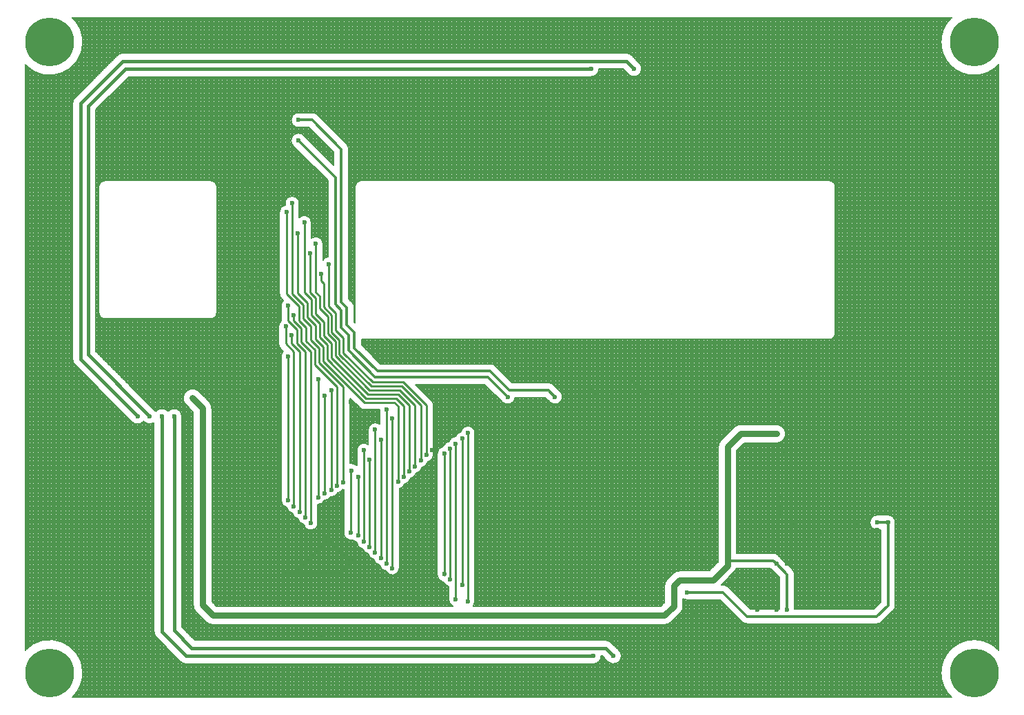
<source format=gtl>
G04 Layer_Physical_Order=1*
G04 Layer_Color=3162822*
%FSLAX44Y44*%
%MOMM*%
G71*
G01*
G75*
%ADD10C,0.2000*%
%ADD11C,0.4500*%
%ADD12C,0.8000*%
%ADD13C,0.2500*%
%ADD14C,0.3500*%
%ADD15C,6.0000*%
%ADD16C,0.6000*%
D10*
X76996Y2000D02*
Y396715D01*
X77716Y395996D02*
X2000D01*
Y397996D02*
X75716D01*
X78997Y394715D02*
Y2000D01*
X80997D02*
Y392715D01*
X81716Y391996D02*
X2000D01*
Y389996D02*
X83716D01*
X82997Y390715D02*
Y2000D01*
X84997D02*
Y388715D01*
X85716Y387996D02*
X2000D01*
Y385996D02*
X87716D01*
X86996Y386715D02*
Y2000D01*
X88996D02*
Y384715D01*
X89716Y383996D02*
X2000D01*
Y381996D02*
X91716D01*
X90997Y382715D02*
Y2000D01*
X92997D02*
Y380715D01*
X93716Y379996D02*
X2000D01*
Y377996D02*
X95716D01*
X94997Y378715D02*
Y2000D01*
X96996D02*
Y376715D01*
X97716Y375996D02*
X2000D01*
Y373996D02*
X99716D01*
X98996Y374715D02*
Y2000D01*
X100996D02*
Y372715D01*
X101716Y371996D02*
X2000D01*
Y369996D02*
X103716D01*
X102996Y370715D02*
Y2000D01*
X104996D02*
Y368715D01*
X114996Y401292D02*
Y467435D01*
X112996D02*
Y403292D01*
X112293Y403996D02*
X316249D01*
Y401996D02*
X114293D01*
X116293Y399996D02*
X316249D01*
Y397996D02*
X118293D01*
X118996Y397292D02*
Y467435D01*
X116996D02*
Y399292D01*
X120293Y395996D02*
X316249D01*
Y393996D02*
X122293D01*
X122996Y393292D02*
Y467435D01*
X120996D02*
Y395292D01*
X124293Y391996D02*
X316249D01*
Y389996D02*
X126293D01*
X126996Y389292D02*
Y467435D01*
X128996D02*
Y387292D01*
X128293Y387996D02*
X316249D01*
Y385996D02*
X130293D01*
X130996Y385292D02*
Y467435D01*
X132996D02*
Y383292D01*
X132293Y383996D02*
X316249D01*
Y381996D02*
X134293D01*
X134996Y381292D02*
Y467435D01*
X124996D02*
Y391292D01*
X110996Y405292D02*
Y467435D01*
X108996D02*
Y407292D01*
X108293Y407996D02*
X316249D01*
Y409996D02*
X106293D01*
X106996Y409292D02*
Y467435D01*
X104996D02*
Y411292D01*
X104293Y411996D02*
X316249D01*
Y413996D02*
X102293D01*
X102996Y413292D02*
Y467435D01*
X100996D02*
Y415292D01*
X100293Y415996D02*
X316249D01*
Y417996D02*
X98293D01*
X98996Y417292D02*
Y467567D01*
X98042Y467693D02*
X100000Y467435D01*
X230000D01*
X231958Y467693D01*
X233782Y468449D01*
X235349Y469651D01*
X236551Y471218D01*
X237307Y473042D01*
X237565Y475000D01*
Y630000D01*
X237307Y631958D01*
X236551Y633782D01*
X235349Y635349D01*
X233782Y636551D01*
X231958Y637307D01*
X230000Y637565D01*
X100000D01*
X98042Y637307D01*
X96218Y636551D01*
X94651Y635349D01*
X93449Y633782D01*
X92693Y631958D01*
X92435Y630000D01*
Y475000D01*
X92693Y473042D01*
X93449Y471218D01*
X94651Y469651D01*
X96218Y468449D01*
X98042Y467693D01*
X97312Y467995D02*
X88750D01*
Y469995D02*
X94387D01*
X94997Y469386D02*
Y421292D01*
X94293Y421996D02*
X316306D01*
X316778Y423996D02*
X92293D01*
X92997Y423292D02*
Y472309D01*
X93127Y471995D02*
X88750D01*
Y473995D02*
X92568D01*
X92435Y475995D02*
X88750D01*
Y477995D02*
X92435D01*
Y479995D02*
X88750D01*
Y481995D02*
X92435D01*
Y483995D02*
X88750D01*
Y485995D02*
X92435D01*
Y487995D02*
X88750D01*
Y465995D02*
X316250D01*
Y464929D02*
Y484000D01*
X318899Y490272D02*
G03*
X316250Y484000I6101J-6272D01*
G01*
Y483995D02*
X237565D01*
Y481995D02*
X316250D01*
Y479995D02*
X237565D01*
Y477995D02*
X316250D01*
Y475995D02*
X237565D01*
X237432Y473995D02*
X316250D01*
Y471995D02*
X236873D01*
X236996Y472292D02*
Y114267D01*
X237160Y114103D02*
X268801D01*
X268996Y114102D02*
Y765250D01*
X266996D02*
Y114103D01*
X264996D02*
Y765250D01*
X262996D02*
Y114103D01*
X260996D02*
Y765250D01*
X258996D02*
Y114103D01*
X256996D02*
Y765250D01*
X270996D02*
Y114102D01*
X269002D02*
X527233D01*
X522249Y122000D02*
G03*
X527233Y114102I8750J0D01*
G01*
X524996D02*
Y115634D01*
X524633Y115996D02*
X235267D01*
X234996Y116267D02*
Y469380D01*
X235613Y469995D02*
X316250D01*
Y467995D02*
X232688D01*
X232996Y468123D02*
Y118267D01*
X233267Y117996D02*
X523219D01*
X522996Y118463D02*
Y114102D01*
X520996D02*
Y138532D01*
X515953Y143313D02*
G03*
X522249Y138177I8047J3437D01*
G01*
Y122000D01*
Y121996D02*
X231397D01*
Y119996D02*
X522481D01*
X522249Y123996D02*
X231397D01*
Y125996D02*
X522249D01*
X518996Y114102D02*
Y139572D01*
X518437Y139996D02*
X231397D01*
Y137996D02*
X522249D01*
Y135996D02*
X231397D01*
Y133996D02*
X522249D01*
Y131996D02*
X231397D01*
Y129996D02*
X522249D01*
Y127996D02*
X231397D01*
Y141996D02*
X516654D01*
X516996Y141505D02*
Y114102D01*
X514996D02*
Y143482D01*
X508250Y152000D02*
G03*
X515953Y143313I8750J0D01*
G01*
X513464Y143996D02*
X231397D01*
Y145996D02*
X510634D01*
X510996Y145635D02*
Y114102D01*
X508996D02*
Y148465D01*
X509220Y147996D02*
X231397D01*
Y149996D02*
X508483D01*
X508250Y151996D02*
X231397D01*
Y153996D02*
X447436D01*
X446996Y154384D02*
Y114102D01*
X444996D02*
Y157213D01*
X444953Y157313D02*
G03*
X461749Y160750I8047J3437D01*
G01*
Y258427D01*
D02*
G03*
X468340Y264353I-1749J8573D01*
G01*
X468340D02*
G03*
X475601Y271397I-1341J8647D01*
G01*
X475601Y271397D02*
G03*
X482339Y277353I-1602J8602D01*
G01*
D02*
G03*
X489601Y284397I-1340J8647D01*
G01*
X489601Y284397D02*
G03*
X496601Y291397I-1602J8602D01*
G01*
X496601Y291397D02*
G03*
X503749Y299999I-1602J8602D01*
G01*
Y361001D01*
D02*
G03*
X501186Y367188I-8750J0D01*
G01*
X503749Y361001D02*
G03*
X501186Y367188I-8750J0D01*
G01*
X481624Y386750D01*
X566667D01*
X588457Y364959D01*
D02*
G03*
X604194Y370500I6541J6541D01*
G01*
X640917D01*
X646458Y364959D01*
D02*
G03*
X662248Y371500I6541J6541D01*
G01*
D02*
G03*
X659539Y378041I-9250J0D01*
G01*
X651297Y386283D01*
D02*
G03*
X644748Y389000I-6549J-6533D01*
G01*
X651289Y386291D02*
G03*
X644748Y389000I-6541J-6541D01*
G01*
X600479D01*
X579947Y409533D01*
D02*
G03*
X573398Y412250I-6549J-6533D01*
G01*
X579939Y409541D02*
G03*
X573398Y412250I-6541J-6541D01*
G01*
X438731D01*
X415749Y435232D01*
Y442435D01*
X990000D01*
X991958Y442693D01*
X993782Y443449D01*
X995349Y444651D01*
X996551Y446218D01*
X997307Y448042D01*
X997565Y450000D01*
Y630000D01*
X997307Y631958D01*
X996551Y633782D01*
X995349Y635349D01*
X993782Y636551D01*
X991958Y637307D01*
X990000Y637565D01*
X415000D01*
X413042Y637307D01*
X411218Y636551D01*
X409651Y635349D01*
X408449Y633782D01*
X407693Y631958D01*
X407435Y630000D01*
Y462859D01*
X406463Y463831D01*
Y481186D01*
D02*
G03*
X403746Y487735I-9250J0D01*
G01*
X399500Y491981D01*
Y676352D01*
D02*
G03*
X396791Y682893I-9250J0D01*
G01*
X399500Y676352D02*
G03*
X396783Y682901I-9250J0D01*
G01*
X361151Y718533D01*
D02*
G03*
X354602Y721250I-6549J-6533D01*
G01*
X361143Y718541D02*
G03*
X354602Y721250I-6541J-6541D01*
G01*
X338000D01*
D02*
G03*
X338000Y702750I0J-9250D01*
G01*
X350770D01*
X381000Y672520D01*
Y656685D01*
X344342Y693343D01*
D02*
G03*
X331261Y680261I-6541J-6541D01*
G01*
X374000Y637522D01*
Y543693D01*
D02*
G03*
X367892Y540103I1000J-8693D01*
G01*
Y559858D01*
D02*
G03*
X365329Y566045I-8750J0D01*
G01*
X367892Y559858D02*
G03*
X365329Y566045I-8750J0D01*
G01*
X365379Y565995D02*
X374000D01*
Y563995D02*
X366852D01*
X366996Y563715D02*
Y644526D01*
X367527Y643995D02*
X88750D01*
Y645995D02*
X365527D01*
X364996Y646526D02*
Y566373D01*
X365187Y566187D02*
G03*
X353750Y567000I-6187J-6187D01*
G01*
Y586000D01*
D02*
G03*
X338750Y592124I-8750J0D01*
G01*
Y610000D01*
D02*
G03*
X321250Y610000I-8750J0D01*
G01*
Y607573D01*
D02*
G03*
X314250Y599000I1750J-8573D01*
G01*
Y498546D01*
D02*
G03*
X316813Y492359I8750J0D01*
G01*
X318899Y490272D01*
X318627Y489995D02*
X237565D01*
Y491995D02*
X317176D01*
X316996Y492175D02*
Y487535D01*
X317215Y487995D02*
X237565D01*
Y485995D02*
X316481D01*
X316256Y464601D02*
G03*
X313250Y458000I5744J-6601D01*
G01*
Y437000D01*
D02*
G03*
X315813Y430813I8750J0D01*
G01*
X319134Y427492D01*
X318812Y427187D02*
G03*
X316249Y420999I6187J-6187D01*
G01*
X318812Y427187D02*
G03*
X316249Y420999I6187J-6187D01*
G01*
Y244000D01*
D02*
G03*
X323398Y235397I8750J0D01*
G01*
D02*
G03*
X330398Y228398I8602J1603D01*
G01*
D02*
G03*
X337189Y221439I8602J1602D01*
G01*
D02*
G03*
X339563Y217063I8561J1811D01*
G01*
X337189Y221439D02*
G03*
X339563Y217063I8561J1811D01*
G01*
X339813Y216813D02*
G03*
X344397Y214398I6187J6187D01*
G01*
Y214398D02*
G03*
X361749Y216000I8602J1602D01*
G01*
Y239254D01*
D02*
G03*
X369906Y244251I251J8746D01*
G01*
Y244251D02*
G03*
X377363Y248273I94J8749D01*
G01*
X377363D02*
G03*
X385929Y253300I637J8727D01*
G01*
D02*
G03*
X392518Y257524I-929J8701D01*
G01*
X392996Y257524D02*
Y114102D01*
X394996D02*
Y198756D01*
X395635Y197996D02*
X231397D01*
Y195996D02*
X398465D01*
X398996Y195782D02*
Y114102D01*
X396996D02*
Y196822D01*
X400996Y195308D02*
Y114102D01*
X402996D02*
Y195307D01*
X393250Y204000D02*
G03*
X404175Y195525I8750J0D01*
G01*
X404175D02*
G03*
X404813Y194813I6825J5475D01*
G01*
X404175Y195525D02*
G03*
X404813Y194813I6825J5475D01*
G01*
X404813Y194813D02*
G03*
X409269Y192423I6187J6187D01*
G01*
D02*
G03*
X416659Y184353I8731J577D01*
G01*
X416659D02*
G03*
X423398Y178397I8340J2646D01*
G01*
D02*
G03*
X430398Y171398I8602J1603D01*
G01*
X430398Y171398D02*
G03*
X437398Y164398I8602J1602D01*
G01*
D02*
G03*
X444953Y157313I8602J1602D01*
G01*
X445653Y155996D02*
X231397D01*
Y157996D02*
X442464D01*
X442996Y157782D02*
Y114102D01*
X440996D02*
Y158822D01*
X439635Y159996D02*
X231397D01*
Y161996D02*
X438220D01*
X438996Y160756D02*
Y114102D01*
X436996D02*
Y164482D01*
X437483Y163996D02*
X231397D01*
Y165996D02*
X433755D01*
X432996Y166635D02*
Y114102D01*
X434996D02*
Y165220D01*
X431822Y167996D02*
X231397D01*
Y169996D02*
X430782D01*
X430996Y169465D02*
Y114102D01*
X428996D02*
Y171782D01*
X428464Y171996D02*
X231397D01*
Y173996D02*
X425635D01*
X424996Y174756D02*
Y114102D01*
X422996D02*
Y178482D01*
X423483Y177996D02*
X231397D01*
Y179996D02*
X419754D01*
X418996Y180634D02*
Y114102D01*
X416996D02*
Y183463D01*
X416781Y183996D02*
X231397D01*
Y185996D02*
X412755D01*
X412996Y185822D02*
Y114102D01*
X414996D02*
Y184782D01*
X417821Y181996D02*
X231397D01*
Y175996D02*
X424220D01*
X426996Y172822D02*
Y114102D01*
X420996D02*
Y179219D01*
X410996Y114102D02*
Y187756D01*
X410822Y187996D02*
X231397D01*
Y189996D02*
X409782D01*
X409308Y191996D02*
X231397D01*
Y193996D02*
X405755D01*
X404996Y194635D02*
Y114102D01*
X406996D02*
Y193220D01*
X408996Y192482D02*
Y114102D01*
X390996D02*
Y255627D01*
X391365Y255996D02*
X393250D01*
Y257535D02*
Y204000D01*
Y203996D02*
X231397D01*
Y201996D02*
X393483D01*
X394220Y199996D02*
X231397D01*
Y205996D02*
X393250D01*
Y207996D02*
X356535D01*
X356996Y208216D02*
Y114102D01*
X354996D02*
Y207480D01*
X352996Y207250D02*
Y114102D01*
X350996D02*
Y207482D01*
X349463Y207996D02*
X231397D01*
Y209996D02*
X346634D01*
X346996Y209634D02*
Y114102D01*
X344996D02*
Y212463D01*
X345219Y211996D02*
X231397D01*
Y213996D02*
X344482D01*
X342996Y214782D02*
Y114102D01*
X340996D02*
Y215822D01*
X340755Y215996D02*
X231397D01*
Y217996D02*
X338753D01*
X338996Y217687D02*
Y114102D01*
X336996D02*
Y221483D01*
X335465Y221996D02*
X231397D01*
Y219996D02*
X337628D01*
X334996Y222220D02*
Y114102D01*
X332996D02*
Y223635D01*
X332635Y223996D02*
X231397D01*
Y225996D02*
X331220D01*
X330996Y226465D02*
Y114102D01*
X328996D02*
Y228782D01*
X330483Y227996D02*
X231397D01*
Y229996D02*
X326755D01*
X326996Y229822D02*
Y114102D01*
X324996D02*
Y231755D01*
X324822Y231996D02*
X231397D01*
Y233996D02*
X323782D01*
X322996Y235482D02*
Y114102D01*
X320996D02*
Y236219D01*
X321463Y235996D02*
X231397D01*
Y237996D02*
X318634D01*
X318996Y237634D02*
Y114102D01*
X316996D02*
Y240463D01*
X317219Y239996D02*
X231397D01*
Y241996D02*
X316482D01*
X362996Y239307D02*
Y114102D01*
X360996D02*
Y212448D01*
X360780Y211996D02*
X393250D01*
Y213996D02*
X361517D01*
X361749Y215996D02*
X393250D01*
Y217996D02*
X361749D01*
Y219996D02*
X393250D01*
Y221996D02*
X361749D01*
Y223996D02*
X393250D01*
Y225996D02*
X361749D01*
Y227996D02*
X393250D01*
Y229996D02*
X361749D01*
Y231996D02*
X393250D01*
Y233996D02*
X361749D01*
Y235996D02*
X393250D01*
Y237996D02*
X361749D01*
X364996Y239779D02*
Y114102D01*
X366996D02*
Y240816D01*
X365535Y239996D02*
X393250D01*
Y241996D02*
X368365D01*
X368996Y242745D02*
Y114102D01*
X370996D02*
Y244307D01*
X369780Y243996D02*
X393250D01*
Y245996D02*
X375244D01*
X374996Y245816D02*
Y114102D01*
X372996D02*
Y244779D01*
X359365Y209996D02*
X393250D01*
X404813Y194813D02*
G03*
X409269Y192423I6187J6187D01*
G01*
X461749Y185996D02*
X508250D01*
Y183996D02*
X461749D01*
Y181996D02*
X508250D01*
Y179996D02*
X461749D01*
Y177996D02*
X508250D01*
Y175996D02*
X461749D01*
Y173996D02*
X508250D01*
Y171996D02*
X461749D01*
Y169996D02*
X508250D01*
Y167996D02*
X461749D01*
Y165996D02*
X508250D01*
Y163996D02*
X461749D01*
Y161996D02*
X508250D01*
Y159996D02*
X461717D01*
X461305Y157996D02*
X508250D01*
Y155996D02*
X460345D01*
X460996Y157197D02*
Y114102D01*
X458996D02*
Y154377D01*
X458563Y153996D02*
X508250D01*
Y152000D02*
Y302000D01*
X515660Y310647D02*
G03*
X508250Y302000I1340J-8647D01*
G01*
Y301996D02*
X503749D01*
Y299996D02*
X508250D01*
Y297996D02*
X503517D01*
X502996Y296448D02*
Y114102D01*
X500996D02*
Y293627D01*
X501365Y293996D02*
X508250D01*
Y291996D02*
X498535D01*
X498996Y292215D02*
Y114102D01*
X504996D02*
Y386750D01*
X506996D02*
Y114102D01*
X512996D02*
Y144220D01*
X554750Y143996D02*
X788642D01*
X788995Y144670D02*
Y442435D01*
X786995D02*
Y118258D01*
X786733Y117996D02*
X554518D01*
X554750Y119996D02*
X787500D01*
Y118764D02*
Y139000D01*
X790868Y147132D02*
G03*
X787500Y139000I8132J-8132D01*
G01*
X790868Y147132D02*
G03*
X787500Y139000I8132J-8132D01*
G01*
Y137996D02*
X554750D01*
Y135996D02*
X787500D01*
Y133996D02*
X554750D01*
Y131996D02*
X787500D01*
Y129996D02*
X554750D01*
Y127996D02*
X787500D01*
X787543Y139996D02*
X554750D01*
Y141996D02*
X787897D01*
X789873Y145996D02*
X554750D01*
Y147996D02*
X791733D01*
X790995Y147259D02*
Y442435D01*
X792995D02*
Y149258D01*
X793733Y149996D02*
X554750D01*
Y151996D02*
X795733D01*
X794995Y151258D02*
Y442435D01*
X796995D02*
Y153258D01*
X797733Y153996D02*
X554750D01*
Y155996D02*
X800314D01*
X800995Y156354D02*
Y442435D01*
X798995D02*
Y155120D01*
X802995Y157100D02*
Y442435D01*
X804995D02*
Y157456D01*
X806000Y157500D02*
G03*
X797868Y154132I0J-11500D01*
G01*
X806000Y157500D02*
G03*
X797868Y154132I0J-11500D01*
G01*
X790868Y147132D01*
X787500Y125996D02*
X554750D01*
Y123996D02*
X787500D01*
Y121996D02*
X554750D01*
Y120000D02*
Y326998D01*
D02*
G03*
X552187Y333185I-8750J0D01*
G01*
X554750Y326998D02*
G03*
X552187Y333185I-8750J0D01*
G01*
X552186Y333186D02*
G03*
X537397Y328601I-6187J-6187D01*
G01*
X537397Y328601D02*
G03*
X530690Y322744I1602J-8602D01*
G01*
D02*
G03*
X522659Y316647I308J-8745D01*
G01*
Y316647D02*
G03*
X515660Y310647I1341J-8647D01*
G01*
X514996Y310517D02*
Y386750D01*
X512996D02*
Y309780D01*
X513446Y309996D02*
X503749D01*
Y311996D02*
X516216D01*
X516996Y313244D02*
Y386750D01*
X518996D02*
Y315178D01*
X520446Y315996D02*
X503749D01*
Y313996D02*
X517627D01*
X520996Y316218D02*
Y386750D01*
X522996D02*
Y317536D01*
X523215Y317996D02*
X503749D01*
Y319996D02*
X524627D01*
X524996Y320365D02*
Y386750D01*
X526996D02*
Y321780D01*
X527446Y321996D02*
X503749D01*
Y323996D02*
X531215D01*
X530996Y323536D02*
Y386750D01*
X528996D02*
Y322517D01*
X532627Y325996D02*
X503749D01*
Y327996D02*
X535446D01*
X534996Y327780D02*
Y386750D01*
X532996D02*
Y326365D01*
X536996Y328517D02*
Y386750D01*
X538996D02*
Y332245D01*
X538816Y331996D02*
X503749D01*
Y329996D02*
X537778D01*
X540744Y333996D02*
X503749D01*
Y335996D02*
X875313D01*
X874995Y335808D02*
Y442435D01*
X872995D02*
Y334256D01*
X881000Y337500D02*
G03*
X872868Y334132I0J-11500D01*
G01*
X881000Y337500D02*
G03*
X872868Y334132I0J-11500D01*
G01*
X856866Y318129D01*
D02*
G03*
X853497Y309998I8132J-8132D01*
G01*
X856866Y318129D02*
G03*
X853497Y309998I8132J-8132D01*
G01*
Y169996D01*
Y168761D01*
X842236Y157500D01*
X806000D01*
X806995D02*
Y442435D01*
X808995D02*
Y157500D01*
X810995D02*
Y442435D01*
X812995D02*
Y157500D01*
X814995D02*
Y442435D01*
X816995D02*
Y157500D01*
X818995D02*
Y442435D01*
X820995D02*
Y157500D01*
X822995D02*
Y442435D01*
X824995D02*
Y157500D01*
X826995D02*
Y442435D01*
X828995D02*
Y157500D01*
X830995D02*
Y442435D01*
X832995D02*
Y157500D01*
X834995D02*
Y442435D01*
X836995D02*
Y157500D01*
X838995D02*
Y442435D01*
X840995D02*
Y157500D01*
X842733Y157996D02*
X554750D01*
Y159996D02*
X844733D01*
X844995Y160258D02*
Y442435D01*
X846995D02*
Y162258D01*
X846733Y161996D02*
X554750D01*
Y163996D02*
X848733D01*
X848995Y164258D02*
Y442435D01*
X850995D02*
Y166258D01*
X850733Y165996D02*
X554750D01*
Y167996D02*
X852733D01*
X852995Y168258D02*
Y442435D01*
X854995D02*
Y315672D01*
X855186Y315996D02*
X554750D01*
Y313996D02*
X854215D01*
X853672Y311996D02*
X554750D01*
Y309996D02*
X853497D01*
Y307996D02*
X554750D01*
Y317996D02*
X856734D01*
X856995Y318258D02*
Y442435D01*
X842995D02*
Y158258D01*
X853497Y169996D02*
X554750D01*
Y171996D02*
X853497D01*
Y173996D02*
X554750D01*
Y175996D02*
X853497D01*
Y177996D02*
X554750D01*
Y179996D02*
X853497D01*
Y181996D02*
X554750D01*
Y183996D02*
X853497D01*
Y185996D02*
X554750D01*
X552463Y114102D02*
G03*
X554750Y120000I-6463J5898D01*
G01*
X553780Y115996D02*
X784733D01*
X784995Y116258D02*
Y442435D01*
X782995D02*
Y114258D01*
X782838Y114102D02*
X787500Y118764D01*
X782838Y114102D02*
X552463D01*
X554995D02*
Y386750D01*
X556996D02*
Y114102D01*
Y91102D02*
Y72000D01*
X554995D02*
Y91102D01*
X552995D02*
Y72000D01*
X550995D02*
Y91102D01*
X548996D02*
Y72000D01*
X546996D02*
Y91102D01*
X544996D02*
Y72000D01*
X542996D02*
Y91102D01*
X540996D02*
Y72000D01*
X538996D02*
Y91102D01*
X536996D02*
Y72000D01*
X534996D02*
Y91102D01*
X532996D02*
Y72000D01*
X530996D02*
Y91102D01*
X528996D02*
Y72000D01*
X526996D02*
Y91102D01*
X524996D02*
Y72000D01*
X522996D02*
Y91102D01*
X520996D02*
Y72000D01*
X518996D02*
Y91102D01*
X516996D02*
Y72000D01*
X514996D02*
Y91102D01*
X512996D02*
Y72000D01*
X510996D02*
Y91102D01*
X508996D02*
Y72000D01*
X506996D02*
Y91102D01*
X504996D02*
Y72000D01*
X502996D02*
Y91102D01*
X500996D02*
Y72000D01*
X498996D02*
Y91102D01*
Y42750D02*
Y2000D01*
X500996D02*
Y42750D01*
X502996D02*
Y2000D01*
X504996D02*
Y42750D01*
X506996D02*
Y2000D01*
X508996D02*
Y42750D01*
X510996D02*
Y2000D01*
X512996D02*
Y42750D01*
X514996D02*
Y2000D01*
X516996D02*
Y42750D01*
X518996D02*
Y2000D01*
X520996D02*
Y42750D01*
X522996D02*
Y2000D01*
X524996D02*
Y42750D01*
X526996D02*
Y2000D01*
X528996D02*
Y42750D01*
X530996D02*
Y2000D01*
X532996D02*
Y42750D01*
X534996D02*
Y2000D01*
X536996D02*
Y42750D01*
X538996D02*
Y2000D01*
X540996D02*
Y42750D01*
X542996D02*
Y2000D01*
X544996D02*
Y42750D01*
X546996D02*
Y2000D01*
X548996D02*
Y42750D01*
X550995D02*
Y2000D01*
X552995D02*
Y42750D01*
X554995D02*
Y2000D01*
X556996D02*
Y42750D01*
X558996Y2000D02*
Y42750D01*
X560995D02*
Y2000D01*
X562995D02*
Y42750D01*
X564995D02*
Y2000D01*
X566996D02*
Y42750D01*
X568996D02*
Y2000D01*
X570995D02*
Y42750D01*
X572995D02*
Y2000D01*
X574995D02*
Y42750D01*
X576996D02*
Y2000D01*
X578996D02*
Y42750D01*
X580995D02*
Y2000D01*
X582995D02*
Y42750D01*
X584995D02*
Y2000D01*
X586996D02*
Y42750D01*
X588996D02*
Y2000D01*
X590995D02*
Y42750D01*
X592995D02*
Y2000D01*
X594995D02*
Y42750D01*
X596996D02*
Y2000D01*
X598995D02*
Y42750D01*
X600995D02*
Y2000D01*
X602995D02*
Y42750D01*
X604995D02*
Y2000D01*
X606995D02*
Y42750D01*
X608995D02*
Y2000D01*
X610995D02*
Y42750D01*
X612995D02*
Y2000D01*
X614995D02*
Y42750D01*
X616995D02*
Y2000D01*
X618995D02*
Y42750D01*
X620995D02*
Y2000D01*
X622995D02*
Y42750D01*
X624995D02*
Y2000D01*
X626995D02*
Y42750D01*
X628995D02*
Y2000D01*
X630995D02*
Y42750D01*
X632995D02*
Y2000D01*
X634995D02*
Y42750D01*
X636995D02*
Y2000D01*
X638995D02*
Y42750D01*
X640995D02*
Y2000D01*
X642995D02*
Y42750D01*
X644995D02*
Y2000D01*
X646995D02*
Y42750D01*
X648995D02*
Y2000D01*
X650995D02*
Y42750D01*
X652995D02*
Y2000D01*
X654995D02*
Y42750D01*
X656995D02*
Y2000D01*
X658995D02*
Y42750D01*
X660995D02*
Y2000D01*
X662995D02*
Y42750D01*
X664995D02*
Y2000D01*
X666995D02*
Y42750D01*
X668995D02*
Y2000D01*
X670995D02*
Y42750D01*
X672995D02*
Y2000D01*
X674995D02*
Y42750D01*
X676995D02*
Y2000D01*
X678995D02*
Y42750D01*
X680995D02*
Y2000D01*
X682995D02*
Y42750D01*
X684995D02*
Y2000D01*
X686995D02*
Y42750D01*
X688995D02*
Y2000D01*
X690995D02*
Y42750D01*
X692995D02*
Y2000D01*
X694995D02*
Y42750D01*
X696995D02*
Y2000D01*
X698995D02*
Y42750D01*
X700000D02*
G03*
X709750Y52500I0J9750D01*
G01*
X711211D01*
X718106Y45606D01*
D02*
G03*
X734750Y52500I6894J6894D01*
G01*
D02*
G03*
X731894Y59394I-9750J0D01*
G01*
X722144Y69144D01*
D02*
G03*
X715250Y72000I-6894J-6894D01*
G01*
X722144Y69144D02*
G03*
X715250Y72000I-6894J-6894D01*
G01*
X210789D01*
X194750Y88039D01*
Y347500D01*
D02*
G03*
X177500Y353730I-9750J0D01*
G01*
D02*
G03*
X162500Y353730I-7500J-6230D01*
G01*
D02*
G03*
X161894Y354394I-7500J-6230D01*
G01*
X88750Y427539D01*
Y724961D01*
X129039Y765250D01*
X697500D01*
D02*
G03*
X707250Y775000I0J9750D01*
G01*
X736211D01*
X743106Y768106D01*
D02*
G03*
X759750Y775000I6894J6894D01*
G01*
D02*
G03*
X756894Y781894I-9750J0D01*
G01*
X747144Y791644D01*
D02*
G03*
X740250Y794500I-6894J-6894D01*
G01*
X747144Y791644D02*
G03*
X740250Y794500I-6894J-6894D01*
G01*
X122022D01*
D02*
G03*
X115128Y791644I0J-9750D01*
G01*
X122022Y794500D02*
G03*
X115128Y791644I0J-9750D01*
G01*
X63106Y739622D01*
D02*
G03*
X60250Y732728I6894J-6894D01*
G01*
X63106Y739622D02*
G03*
X60250Y732728I6894J-6894D01*
G01*
Y417500D01*
D02*
G03*
X63106Y410606I9750J0D01*
G01*
X133106Y340606D01*
D02*
G03*
X147473Y341238I6894J6894D01*
G01*
X148106Y340606D01*
D02*
G03*
X160250Y339284I6894J6894D01*
G01*
Y82500D01*
D02*
G03*
X163106Y75606I9750J0D01*
G01*
X193106Y45606D01*
D02*
G03*
X200000Y42750I6894J6894D01*
G01*
X700000D01*
X700995Y42801D02*
Y2000D01*
X702995D02*
Y43222D01*
X704770Y43996D02*
X720230D01*
X720995Y43611D02*
Y2000D01*
X722995D02*
Y42958D01*
X724995Y42750D02*
Y2000D01*
X726995D02*
Y42956D01*
X728995Y43606D02*
Y2000D01*
X730995D02*
Y44811D01*
X729770Y43996D02*
X1128794D01*
X1128994Y44631D02*
Y795369D01*
X1128797Y795995D02*
X71203D01*
X70996Y795340D02*
Y747513D01*
X71478Y747995D02*
X2000D01*
Y745995D02*
X69478D01*
X68997Y745513D02*
Y790329D01*
X68835Y789995D02*
X113478D01*
X114996Y791513D02*
Y838000D01*
X112996D02*
Y789513D01*
X111478Y787995D02*
X67788D01*
X66996Y786640D02*
Y743513D01*
X67478Y743995D02*
X2000D01*
Y741995D02*
X65478D01*
X64997Y741513D02*
Y783664D01*
X65238Y783995D02*
X107478D01*
X106996Y783513D02*
Y838000D01*
X108996D02*
Y785513D01*
X109478Y785995D02*
X66594D01*
X63698Y781995D02*
X105478D01*
X104996Y781513D02*
Y838000D01*
X102996D02*
Y779513D01*
X103478Y779995D02*
X61945D01*
X60996Y779014D02*
Y736469D01*
X60814Y735995D02*
X2000D01*
Y733995D02*
X60333D01*
X60250Y731995D02*
X2000D01*
Y729995D02*
X60250D01*
X61795Y737995D02*
X2000D01*
Y739995D02*
X63478D01*
X62997Y739511D02*
Y781163D01*
X59941Y777995D02*
X101478D01*
X100996Y777513D02*
Y838000D01*
X98996D02*
Y775513D01*
X99478Y775995D02*
X57625D01*
X56996Y775501D02*
Y64499D01*
X57637Y63996D02*
X174715D01*
X174996Y63715D02*
Y2000D01*
X172996D02*
Y65715D01*
X172715Y65996D02*
X54919D01*
X54997Y65944D02*
Y774057D01*
X54905Y773995D02*
X97478D01*
X96996Y773513D02*
Y838000D01*
X94997D02*
Y771513D01*
X95478Y771995D02*
X51612D01*
X50996Y771666D02*
Y68334D01*
X51629Y67996D02*
X170715D01*
X170996Y67715D02*
Y2000D01*
X168996D02*
Y69715D01*
X168715Y69996D02*
X47404D01*
X46997Y70159D02*
Y769841D01*
X47382Y769995D02*
X93478D01*
X92997Y769513D02*
Y838000D01*
X90997D02*
Y767513D01*
X91478Y767995D02*
X40977D01*
X40997Y767999D02*
Y72001D01*
X41017Y71996D02*
X166715D01*
X166996Y71715D02*
Y2000D01*
X164996D02*
Y73715D01*
X164715Y73996D02*
X2000D01*
Y71996D02*
X22983D01*
X22997Y71999D02*
Y768001D01*
X23024Y767995D02*
X2000D01*
Y769995D02*
X16618D01*
X16997Y769844D02*
Y70156D01*
X16596Y69996D02*
X2000D01*
Y67996D02*
X12372D01*
X12997Y68330D02*
Y771670D01*
X12388Y771995D02*
X2000D01*
Y773995D02*
X9095D01*
X8997Y774061D02*
Y65939D01*
X9082Y65996D02*
X2000D01*
Y63996D02*
X6363D01*
X6997Y64494D02*
Y775507D01*
X6375Y775995D02*
X2000D01*
Y777995D02*
X4059D01*
X4997Y777149D02*
Y62852D01*
X4049Y61996D02*
X2000D01*
X2997Y60979D02*
Y779021D01*
X2000Y780054D02*
G03*
X73000Y808000I30000J27946D01*
G01*
D02*
G03*
X59947Y838000I-41000J0D01*
G01*
X1140054D01*
D02*
G03*
X1198000Y780053I27947J-30000D01*
G01*
Y59947D01*
D02*
G03*
X1140054Y2000I-30000J-27947D01*
G01*
X59946D01*
D02*
G03*
X73000Y32000I-27946J30000D01*
G01*
D02*
G03*
X2000Y59946I-41000J0D01*
G01*
Y780054D01*
Y765995D02*
X89478D01*
X88996Y765513D02*
Y838000D01*
X86996D02*
Y763513D01*
X87478Y763995D02*
X2000D01*
Y761995D02*
X85478D01*
X84997Y761513D02*
Y838000D01*
X82997D02*
Y759513D01*
X83478Y759995D02*
X2000D01*
Y757995D02*
X81478D01*
X80997Y757513D02*
Y838000D01*
X78997D02*
Y755513D01*
X79478Y755995D02*
X2000D01*
Y753995D02*
X77478D01*
X76996Y753513D02*
Y838000D01*
X110996D02*
Y787513D01*
X117783Y753995D02*
X1198000D01*
Y755995D02*
X119783D01*
X118996Y755208D02*
Y637565D01*
X116996D02*
Y753208D01*
X115784Y751995D02*
X1198000D01*
Y749995D02*
X113784D01*
X112996Y749208D02*
Y637565D01*
X110996D02*
Y747208D01*
X111784Y747995D02*
X1198000D01*
Y745995D02*
X109783D01*
X108996Y745208D02*
Y637565D01*
X106996D02*
Y743208D01*
X107783Y743995D02*
X1198000D01*
Y741995D02*
X105784D01*
X104996Y741208D02*
Y637565D01*
X102996D02*
Y739208D01*
X103784Y739995D02*
X1198000D01*
Y737995D02*
X101784D01*
X100996Y737208D02*
Y637565D01*
X98996Y637433D02*
Y735208D01*
X99783Y735995D02*
X1198000D01*
Y733995D02*
X97783D01*
X96996Y733208D02*
Y636874D01*
X95493Y635995D02*
X88750D01*
Y633995D02*
X93612D01*
X92997Y632691D02*
Y729208D01*
X91784Y727995D02*
X1198000D01*
Y725995D02*
X89783D01*
X88996Y725208D02*
Y427292D01*
X88750Y427995D02*
X318630D01*
X317816Y425995D02*
X90293D01*
X90997Y425292D02*
Y727208D01*
X88750Y723995D02*
X1198000D01*
Y721995D02*
X88750D01*
Y719995D02*
X333348D01*
X332996Y719780D02*
Y765250D01*
X330996D02*
Y718042D01*
X330956Y717995D02*
X88750D01*
Y715995D02*
X329657D01*
X328996Y714119D02*
Y765250D01*
X326996D02*
Y618218D01*
X326445Y617995D02*
X237565D01*
Y615995D02*
X323627D01*
X322996Y615245D02*
Y765250D01*
X320996D02*
Y607517D01*
X321250Y607995D02*
X237565D01*
Y605995D02*
X317744D01*
X316996Y605365D02*
Y765250D01*
X318996D02*
Y606780D01*
X338750Y605995D02*
X374000D01*
Y603995D02*
X338750D01*
Y601995D02*
X374000D01*
Y599995D02*
X338750D01*
Y597995D02*
X374000D01*
Y595995D02*
X338750D01*
Y593995D02*
X341445D01*
X340996Y593780D02*
Y670526D01*
X341527Y669995D02*
X88750D01*
Y671995D02*
X339527D01*
X338996Y672526D02*
Y592365D01*
X342996Y594517D02*
Y668526D01*
X343527Y667995D02*
X88750D01*
Y665995D02*
X345527D01*
X344996Y666526D02*
Y594750D01*
X346996Y594519D02*
Y664526D01*
X347527Y663995D02*
X88750D01*
Y661995D02*
X349527D01*
X348996Y662526D02*
Y593784D01*
X348555Y593995D02*
X374000D01*
Y591995D02*
X351373D01*
X350996Y592373D02*
Y660526D01*
X351527Y659995D02*
X88750D01*
Y657995D02*
X353527D01*
X352996Y658526D02*
Y589553D01*
X352785Y589995D02*
X374000D01*
Y587995D02*
X353520D01*
X353750Y585995D02*
X374000D01*
Y583995D02*
X353750D01*
Y581995D02*
X374000D01*
Y579995D02*
X353750D01*
Y577995D02*
X374000D01*
Y575995D02*
X353750D01*
Y573995D02*
X374000D01*
Y571995D02*
X353750D01*
Y569995D02*
X374000D01*
Y567995D02*
X362555D01*
X362996Y567784D02*
Y648526D01*
X363527Y647995D02*
X88750D01*
Y649995D02*
X361527D01*
X360996Y650526D02*
Y568519D01*
X358996Y568750D02*
Y652526D01*
X359527Y651995D02*
X88750D01*
Y653995D02*
X357527D01*
X356996Y654526D02*
Y568517D01*
X355445Y567995D02*
X353750D01*
X354996Y567780D02*
Y656526D01*
X355527Y655995D02*
X88750D01*
Y641995D02*
X369527D01*
X368996Y642526D02*
Y541365D01*
X369744Y541995D02*
X367892D01*
Y543995D02*
X374000D01*
X372996Y543517D02*
Y638526D01*
X373527Y637995D02*
X88750D01*
Y639995D02*
X371527D01*
X370996Y640526D02*
Y542780D01*
X374000Y545995D02*
X367892D01*
Y547995D02*
X374000D01*
X314250Y498546D02*
G03*
X316813Y492359I8750J0D01*
G01*
X316630Y429995D02*
X88750D01*
Y431996D02*
X314822D01*
X314996Y431755D02*
Y114102D01*
X312996D02*
Y765250D01*
X310996D02*
Y114102D01*
X308996D02*
Y765250D01*
X306996D02*
Y114102D01*
X304996D02*
Y765250D01*
X302996D02*
Y114102D01*
X300996D02*
Y765250D01*
X298996D02*
Y114102D01*
X296996D02*
Y765250D01*
X294996D02*
Y114102D01*
X292996D02*
Y765250D01*
X290996D02*
Y114102D01*
X288996D02*
Y765250D01*
X286996D02*
Y114102D01*
X284996D02*
Y765250D01*
X282996D02*
Y114102D01*
X280996D02*
Y765250D01*
X278996D02*
Y114102D01*
X276996D02*
Y765250D01*
X274996D02*
Y114102D01*
X272996D02*
Y765250D01*
X314996D02*
Y602535D01*
X314779Y601995D02*
X237565D01*
Y599995D02*
X314307D01*
X314250Y597995D02*
X237565D01*
Y595995D02*
X314250D01*
Y593995D02*
X237565D01*
Y591995D02*
X314250D01*
Y589995D02*
X237565D01*
Y587995D02*
X314250D01*
Y585995D02*
X237565D01*
Y583995D02*
X314250D01*
Y581995D02*
X237565D01*
Y579995D02*
X314250D01*
Y577995D02*
X237565D01*
Y575995D02*
X314250D01*
Y573995D02*
X237565D01*
Y571995D02*
X314250D01*
Y569995D02*
X237565D01*
Y567995D02*
X314250D01*
Y565995D02*
X237565D01*
Y563995D02*
X314250D01*
Y561995D02*
X237565D01*
Y559995D02*
X314250D01*
Y557995D02*
X237565D01*
Y555995D02*
X314250D01*
Y553995D02*
X237565D01*
Y551995D02*
X314250D01*
Y549995D02*
X237565D01*
Y603995D02*
X315816D01*
X314250Y547995D02*
X237565D01*
Y545995D02*
X314250D01*
Y543995D02*
X237565D01*
Y541995D02*
X314250D01*
Y539995D02*
X237565D01*
Y537995D02*
X314250D01*
Y535995D02*
X237565D01*
Y533995D02*
X314250D01*
Y531995D02*
X237565D01*
Y529995D02*
X314250D01*
Y527995D02*
X237565D01*
Y525995D02*
X314250D01*
Y523995D02*
X237565D01*
Y521995D02*
X314250D01*
Y519995D02*
X237565D01*
Y517995D02*
X314250D01*
Y515995D02*
X237565D01*
Y513995D02*
X314250D01*
Y511995D02*
X237565D01*
Y509995D02*
X314250D01*
Y507995D02*
X237565D01*
Y505995D02*
X314250D01*
Y503995D02*
X237565D01*
Y501995D02*
X314250D01*
Y499995D02*
X237565D01*
Y497995D02*
X314267D01*
X314630Y495995D02*
X237565D01*
Y493995D02*
X315526D01*
X314996Y495011D02*
Y463245D01*
X315627Y463996D02*
X88750D01*
Y461996D02*
X314216D01*
X313481Y459995D02*
X88750D01*
Y457995D02*
X313250D01*
Y455995D02*
X88750D01*
Y453996D02*
X313250D01*
Y451996D02*
X88750D01*
Y449995D02*
X313250D01*
Y447995D02*
X88750D01*
Y445995D02*
X313250D01*
Y443996D02*
X88750D01*
Y441996D02*
X313250D01*
Y439995D02*
X88750D01*
Y437995D02*
X313250D01*
Y437000D02*
G03*
X315813Y430813I8750J0D01*
G01*
X313782Y433996D02*
X88750D01*
Y435995D02*
X313308D01*
X316249Y419996D02*
X96293D01*
X96996Y419292D02*
Y468126D01*
X110293Y405996D02*
X316249D01*
Y379996D02*
X213187D01*
X212996Y380102D02*
Y467435D01*
X210996D02*
Y380956D01*
X208996Y381402D02*
Y467435D01*
X206996D02*
Y381489D01*
X204996Y381224D02*
Y467435D01*
X202996D02*
Y380581D01*
X201813Y379996D02*
X136293D01*
X136996Y379292D02*
Y467435D01*
X138996D02*
Y377292D01*
X138293Y377996D02*
X199234D01*
X198996Y377742D02*
Y467435D01*
X196996D02*
Y374682D01*
X196716Y373996D02*
X142293D01*
X142996Y373292D02*
Y467435D01*
X140996D02*
Y375292D01*
X140293Y375996D02*
X197687D01*
X196175Y371996D02*
X144293D01*
X144996Y371292D02*
Y467435D01*
X146996D02*
Y369292D01*
X146293Y369996D02*
X196000D01*
X200996Y379484D02*
Y467435D01*
X214996D02*
Y378721D01*
X215632Y378132D02*
G03*
X199368Y361868I-8132J-8132D01*
G01*
X208396Y352840D01*
Y115104D01*
D02*
G03*
X211765Y106972I11500J0D01*
G01*
X224265Y94472D01*
D02*
G03*
X232397Y91103I8132J8132D01*
G01*
X268799D01*
X268996Y91102D02*
Y72000D01*
X270996D02*
Y91102D01*
X269000D02*
X787602D01*
D02*
G03*
X795733Y94470I0J11500D01*
G01*
X807132Y105868D01*
D02*
G03*
X810500Y114000I-8132J8132D01*
G01*
Y122918D01*
D02*
G03*
X815000Y121750I4500J8082D01*
G01*
X855569D01*
X882451Y94867D01*
D02*
G03*
X889000Y92150I6549J6533D01*
G01*
X1048400D01*
D02*
G03*
X1054941Y94859I0J9250D01*
G01*
X1054949Y94867D02*
X1068533Y108451D01*
D02*
G03*
X1071250Y115000I-6533J6549D01*
G01*
Y217000D01*
D02*
G03*
X1062000Y226250I-9250J0D01*
G01*
X1071250Y217000D02*
G03*
X1062000Y226250I-9250J0D01*
G01*
X1049000D01*
D02*
G03*
X1049000Y207750I0J-9250D01*
G01*
X1052750D01*
Y118832D01*
X1044569Y110650D01*
X947248D01*
Y153001D01*
D02*
G03*
X944539Y159542I-9250J0D01*
G01*
X947248Y153001D02*
G03*
X944531Y159550I-9250J0D01*
G01*
X931549Y172532D01*
X931533Y172548D02*
X927552Y176528D01*
D02*
G03*
X921003Y179246I-6549J-6533D01*
G01*
X927544Y176537D02*
G03*
X921003Y179246I-6541J-6541D01*
G01*
X876497D01*
Y305234D01*
X885763Y314500D01*
X925000D01*
D02*
G03*
X936500Y326000I0J11500D01*
G01*
D02*
G03*
X925000Y337500I-11500J0D01*
G01*
X881000D01*
X880995D02*
Y442435D01*
X878995D02*
Y337324D01*
X876995Y336780D02*
Y442435D01*
X870995D02*
Y332258D01*
X870732Y331996D02*
X553182D01*
X552995Y332254D02*
Y386750D01*
X550995D02*
Y334182D01*
X551254Y333996D02*
X872732D01*
X868995Y330258D02*
Y442435D01*
X866995D02*
Y328258D01*
X866732Y327996D02*
X554693D01*
X554750Y325996D02*
X864732D01*
X864995Y326258D02*
Y442435D01*
X862995D02*
Y324258D01*
X862732Y323996D02*
X554750D01*
Y321996D02*
X860732D01*
X860995Y322258D02*
Y442435D01*
X858995D02*
Y320258D01*
X858732Y319996D02*
X554750D01*
X554221Y329996D02*
X868732D01*
X882995Y337500D02*
Y442435D01*
X884995D02*
Y337500D01*
X886995D02*
Y442435D01*
X888995D02*
Y337500D01*
X890995D02*
Y442435D01*
X892995D02*
Y337500D01*
X894995D02*
Y442435D01*
X896995D02*
Y337500D01*
X898995D02*
Y442435D01*
X900995D02*
Y337500D01*
X902995D02*
Y442435D01*
X904995D02*
Y337500D01*
X906995D02*
Y442435D01*
X908995D02*
Y337500D01*
X910995D02*
Y442435D01*
X912995D02*
Y337500D01*
X914995D02*
Y442435D01*
X916995D02*
Y337500D01*
Y314500D02*
Y179246D01*
X914995D02*
Y314500D01*
X912995D02*
Y179246D01*
X910995D02*
Y314500D01*
X908995D02*
Y179246D01*
X906995D02*
Y314500D01*
X904995D02*
Y179246D01*
X902995D02*
Y314500D01*
X900995D02*
Y179246D01*
X898995D02*
Y314500D01*
X896995D02*
Y179246D01*
X894995D02*
Y314500D01*
X892995D02*
Y179246D01*
X890995D02*
Y314500D01*
X888995D02*
Y179246D01*
X886995D02*
Y314500D01*
X885259Y313996D02*
X1198000D01*
Y311996D02*
X883259D01*
X882995Y311731D02*
Y179246D01*
X880995D02*
Y309731D01*
X881259Y309996D02*
X1198000D01*
Y307996D02*
X879259D01*
X884995Y313731D02*
Y179246D01*
X878995D02*
Y307731D01*
X877259Y305996D02*
X1198000D01*
Y303996D02*
X876497D01*
Y301996D02*
X1198000D01*
Y299996D02*
X876497D01*
Y297996D02*
X1198000D01*
Y295996D02*
X876497D01*
Y293996D02*
X1198000D01*
Y291996D02*
X876497D01*
Y289996D02*
X1198000D01*
Y287996D02*
X876497D01*
Y285996D02*
X1198000D01*
Y283996D02*
X876497D01*
Y281996D02*
X1198000D01*
Y279996D02*
X876497D01*
Y277996D02*
X1198000D01*
Y275996D02*
X876497D01*
Y273996D02*
X1198000D01*
Y271996D02*
X876497D01*
Y269996D02*
X1198000D01*
Y267996D02*
X876497D01*
Y265996D02*
X1198000D01*
Y263996D02*
X876497D01*
Y261996D02*
X1198000D01*
Y259996D02*
X876497D01*
Y257996D02*
X1198000D01*
Y255996D02*
X876497D01*
Y253996D02*
X1198000D01*
Y251996D02*
X876497D01*
Y249996D02*
X1198000D01*
Y247996D02*
X876497D01*
X876995Y305731D02*
Y179246D01*
X876497Y179996D02*
X1052750D01*
Y181996D02*
X876497D01*
Y183996D02*
X1052750D01*
Y185996D02*
X876497D01*
X876028Y160746D02*
X917172D01*
X918451Y159467D01*
X918467Y159450D02*
X928748Y149170D01*
Y110650D01*
X892831D01*
X865949Y137533D01*
D02*
G03*
X859400Y140250I-6549J-6533D01*
G01*
X865941Y137541D02*
G03*
X859400Y140250I-6541J-6541D01*
G01*
X857513D01*
X873129Y155866D01*
D02*
G03*
X876028Y160746I-8132J8132D01*
G01*
X873129Y155866D02*
G03*
X876028Y160746I-8132J8132D01*
G01*
X876995D02*
Y126487D01*
X877485Y125996D02*
X928748D01*
Y123996D02*
X879485D01*
X878995Y124487D02*
Y160746D01*
X880995D02*
Y122487D01*
X881485Y121996D02*
X928748D01*
Y119996D02*
X883485D01*
X882995Y120487D02*
Y160746D01*
X884995D02*
Y118487D01*
X885485Y117996D02*
X928748D01*
Y115996D02*
X887485D01*
X886995Y116487D02*
Y160746D01*
X888995D02*
Y114487D01*
X889485Y113996D02*
X928748D01*
Y111996D02*
X891485D01*
X890995Y112487D02*
Y160746D01*
X892995D02*
Y110650D01*
X894995D02*
Y160746D01*
X896995D02*
Y110650D01*
X898995D02*
Y160746D01*
X900995D02*
Y110650D01*
X902995D02*
Y160746D01*
X904995D02*
Y110650D01*
X906995D02*
Y160746D01*
X908995D02*
Y110650D01*
X910995D02*
Y160746D01*
X912995D02*
Y110650D01*
X914995D02*
Y160746D01*
X916995D02*
Y110650D01*
Y92150D02*
Y2000D01*
X914995D02*
Y92150D01*
X912995D02*
Y2000D01*
X910995D02*
Y92150D01*
X908995D02*
Y2000D01*
X906995D02*
Y92150D01*
X904995D02*
Y2000D01*
X902995D02*
Y92150D01*
X900995D02*
Y2000D01*
X898995D02*
Y92150D01*
X896995D02*
Y2000D01*
X894995D02*
Y92150D01*
X892995D02*
Y2000D01*
X890995D02*
Y92150D01*
X882459Y94859D02*
G03*
X889000Y92150I6541J6541D01*
G01*
X888995D02*
Y2000D01*
X886995D02*
Y92370D01*
X884995Y93062D02*
Y2000D01*
X882995D02*
Y94364D01*
X883455Y93996D02*
X795230D01*
X794995Y93793D02*
Y2000D01*
X792995D02*
Y92445D01*
X792048Y91996D02*
X1198000D01*
Y89996D02*
X194750D01*
Y91996D02*
X227954D01*
X226996Y92450D02*
Y72000D01*
X224996D02*
Y93801D01*
X224770Y93996D02*
X194750D01*
Y95996D02*
X222740D01*
X222996Y95740D02*
Y72000D01*
X220996D02*
Y97740D01*
X220740Y97996D02*
X194750D01*
Y99996D02*
X218740D01*
X218996Y99740D02*
Y72000D01*
X216996D02*
Y101740D01*
X216740Y101996D02*
X194750D01*
Y103996D02*
X214740D01*
X214996Y103740D02*
Y72000D01*
X212996D02*
Y105740D01*
X212740Y105996D02*
X194750D01*
Y107996D02*
X210856D01*
X210996Y107821D02*
Y72000D01*
X208996Y73792D02*
Y111438D01*
X208824Y111996D02*
X194750D01*
Y109996D02*
X209593D01*
X208450Y113996D02*
X194750D01*
Y115996D02*
X208396D01*
Y115104D02*
G03*
X211765Y106972I11500J0D01*
G01*
X208396Y117996D02*
X194750D01*
Y119996D02*
X208396D01*
Y121996D02*
X194750D01*
Y123996D02*
X208396D01*
Y125996D02*
X194750D01*
X160250D02*
X2000D01*
Y123996D02*
X160250D01*
Y121996D02*
X2000D01*
Y119996D02*
X160250D01*
Y117996D02*
X2000D01*
Y115996D02*
X160250D01*
Y113996D02*
X2000D01*
Y111996D02*
X160250D01*
Y109996D02*
X2000D01*
Y107996D02*
X160250D01*
Y105996D02*
X2000D01*
Y103996D02*
X160250D01*
Y101996D02*
X2000D01*
Y99996D02*
X160250D01*
Y97996D02*
X2000D01*
Y95996D02*
X160250D01*
Y93996D02*
X2000D01*
Y91996D02*
X160250D01*
Y89996D02*
X2000D01*
Y87996D02*
X160250D01*
Y85996D02*
X2000D01*
Y83996D02*
X160250D01*
Y82500D02*
G03*
X163106Y75606I9750J0D01*
G01*
X162996Y75717D02*
Y2000D01*
X160996D02*
Y78759D01*
X161353Y77996D02*
X2000D01*
Y79996D02*
X160577D01*
X160263Y81996D02*
X2000D01*
Y75996D02*
X162736D01*
X194996Y87792D02*
Y467435D01*
X192996D02*
Y353079D01*
X192271Y353996D02*
X207241D01*
X206996Y354240D02*
Y75792D01*
X206792Y75996D02*
X1198000D01*
Y77996D02*
X204792D01*
X204996Y77792D02*
Y356240D01*
X205241Y355996D02*
X189784D01*
X188996Y356393D02*
Y467435D01*
X190996D02*
Y355188D01*
X193652Y351996D02*
X208396D01*
Y349996D02*
X194425D01*
X194737Y347996D02*
X208396D01*
Y345996D02*
X194750D01*
Y343996D02*
X208396D01*
Y341996D02*
X194750D01*
Y339996D02*
X208396D01*
Y337996D02*
X194750D01*
Y335996D02*
X208396D01*
Y333996D02*
X194750D01*
Y331996D02*
X208396D01*
Y329996D02*
X194750D01*
Y327996D02*
X208396D01*
Y325996D02*
X194750D01*
Y323996D02*
X208396D01*
Y321996D02*
X194750D01*
Y319996D02*
X208396D01*
Y317996D02*
X194750D01*
Y315996D02*
X208396D01*
Y313996D02*
X194750D01*
Y311996D02*
X208396D01*
Y309996D02*
X194750D01*
Y307996D02*
X208396D01*
X231397D02*
X316249D01*
Y309996D02*
X231397D01*
Y311996D02*
X316249D01*
Y313996D02*
X231397D01*
Y315996D02*
X316249D01*
Y317996D02*
X231397D01*
Y319996D02*
X316249D01*
Y321996D02*
X231397D01*
Y323996D02*
X316249D01*
Y325996D02*
X231397D01*
Y327996D02*
X316249D01*
Y329996D02*
X231397D01*
Y331996D02*
X316249D01*
Y333996D02*
X231397D01*
Y335996D02*
X316249D01*
Y337996D02*
X231397D01*
Y339996D02*
X316249D01*
Y341996D02*
X231397D01*
Y343996D02*
X316249D01*
Y345996D02*
X231397D01*
Y347996D02*
X316249D01*
Y349996D02*
X231397D01*
Y351996D02*
X316249D01*
Y353996D02*
X231397D01*
Y355996D02*
X316249D01*
Y357996D02*
X231390D01*
X231397Y357604D02*
G03*
X228028Y365735I-11500J0D01*
G01*
X231397Y357604D02*
G03*
X228028Y365735I-11500J0D01*
G01*
X215632Y378132D01*
X215768Y377996D02*
X316249D01*
Y375996D02*
X217768D01*
X216996Y376767D02*
Y467435D01*
X218996D02*
Y374767D01*
X219768Y373996D02*
X316249D01*
Y371996D02*
X221768D01*
X220996Y372767D02*
Y467435D01*
X222996D02*
Y370767D01*
X223768Y369996D02*
X316249D01*
Y367996D02*
X225768D01*
X226996Y366767D02*
Y467435D01*
X224996D02*
Y368767D01*
X227768Y365996D02*
X316249D01*
Y363996D02*
X229456D01*
X228996Y364635D02*
Y467435D01*
X230996Y467566D02*
Y360611D01*
X231145Y359996D02*
X316249D01*
Y361996D02*
X230525D01*
X231397Y357604D02*
Y119867D01*
X237160Y114103D01*
X238996D02*
Y765250D01*
X240996D02*
Y114103D01*
X242996D02*
Y765250D01*
X244996D02*
Y114103D01*
X246996D02*
Y765250D01*
X248996D02*
Y114103D01*
X250996D02*
Y765250D01*
X252996D02*
Y114103D01*
X254996D02*
Y765250D01*
X236996D02*
Y632708D01*
X237292Y631995D02*
X374000D01*
Y633995D02*
X236388D01*
X234996Y635620D02*
Y765250D01*
X232996D02*
Y636877D01*
X234507Y635995D02*
X374000D01*
Y629995D02*
X237565D01*
Y627995D02*
X374000D01*
Y625995D02*
X237565D01*
Y623995D02*
X374000D01*
Y621995D02*
X237565D01*
Y619995D02*
X374000D01*
Y617995D02*
X333555D01*
X332996Y618221D02*
Y678526D01*
X333527Y677995D02*
X88750D01*
Y679995D02*
X331527D01*
X330996Y680537D02*
Y618693D01*
X328996Y618692D02*
Y683970D01*
X328988Y683995D02*
X88750D01*
Y681995D02*
X329899D01*
X328587Y685995D02*
X88750D01*
Y687995D02*
X328629D01*
X328996Y689634D02*
Y709881D01*
X328970Y709995D02*
X88750D01*
Y707995D02*
X329662D01*
X330964Y705995D02*
X88750D01*
Y703995D02*
X333365D01*
X332996Y704220D02*
Y694705D01*
X331986Y693995D02*
X88750D01*
Y691995D02*
X330147D01*
X330996Y693066D02*
Y705958D01*
X334996Y703251D02*
Y695616D01*
X336779Y695995D02*
X88750D01*
Y697995D02*
X355525D01*
X354996Y698524D02*
Y682689D01*
X355690Y681995D02*
X371525D01*
X370996Y682524D02*
Y666689D01*
X371690Y665995D02*
X381000D01*
Y667995D02*
X369690D01*
X368996Y668689D02*
Y684524D01*
X369525Y683995D02*
X353690D01*
X352996Y684689D02*
Y700524D01*
X353525Y699995D02*
X88750D01*
Y701995D02*
X351525D01*
X350996Y702524D02*
Y686689D01*
X351690Y685995D02*
X367525D01*
X366996Y686524D02*
Y670689D01*
X367690Y669995D02*
X381000D01*
Y671995D02*
X365690D01*
X364996Y672689D02*
Y688524D01*
X365525Y687995D02*
X349690D01*
X348996Y688689D02*
Y702750D01*
X346996D02*
Y690689D01*
X347690Y689995D02*
X363525D01*
X362996Y690524D02*
Y674689D01*
X363690Y673995D02*
X379525D01*
X378996Y674524D02*
Y658689D01*
X379690Y657995D02*
X381000D01*
X380996Y656689D02*
Y672524D01*
X377525Y675995D02*
X361690D01*
X360996Y676689D02*
Y692524D01*
X361525Y691995D02*
X345690D01*
X344996Y692689D02*
Y702750D01*
X342996D02*
Y694456D01*
X343617Y693995D02*
X359525D01*
X358996Y694524D02*
Y678689D01*
X359690Y677995D02*
X375525D01*
X374996Y678524D02*
Y662689D01*
X375690Y661995D02*
X381000D01*
Y659995D02*
X377690D01*
X376996Y660689D02*
Y676524D01*
X399500Y675995D02*
X1198000D01*
Y677995D02*
X399353D01*
X398996Y679364D02*
Y765250D01*
X396996D02*
Y682681D01*
X397579Y681995D02*
X1198000D01*
Y679995D02*
X398752D01*
X399500Y673995D02*
X1198000D01*
Y671995D02*
X399500D01*
Y669995D02*
X1198000D01*
Y683995D02*
X395688D01*
X394996Y684687D02*
Y765250D01*
X392996D02*
Y686687D01*
X393688Y685995D02*
X1198000D01*
Y687995D02*
X391688D01*
X390996Y688687D02*
Y765250D01*
X388996D02*
Y690687D01*
X389688Y689995D02*
X1198000D01*
Y691995D02*
X387688D01*
X386996Y692687D02*
Y765250D01*
X384996D02*
Y694687D01*
X385688Y693995D02*
X1198000D01*
Y695995D02*
X383688D01*
X382996Y696687D02*
Y765250D01*
X380996D02*
Y698687D01*
X381688Y697995D02*
X1198000D01*
Y699995D02*
X379688D01*
X378996Y700687D02*
Y765250D01*
X376996D02*
Y702687D01*
X377688Y701995D02*
X1198000D01*
Y703995D02*
X375688D01*
X374996Y704687D02*
Y765250D01*
X372996D02*
Y706687D01*
X373688Y705995D02*
X1198000D01*
Y707995D02*
X371688D01*
X370996Y708687D02*
Y765250D01*
X368996D02*
Y710687D01*
X369688Y709995D02*
X1198000D01*
Y711995D02*
X367688D01*
X366996Y712687D02*
Y765250D01*
X364996D02*
Y714687D01*
X365688Y713995D02*
X1198000D01*
Y715995D02*
X363688D01*
X362996Y716687D02*
Y765250D01*
X360996D02*
Y718684D01*
X361688Y717995D02*
X1198000D01*
Y719995D02*
X359254D01*
X358996Y720140D02*
Y765250D01*
X356996D02*
Y720935D01*
X354996Y721242D02*
Y765250D01*
X352996D02*
Y721250D01*
X350996D02*
Y765250D01*
X348996D02*
Y721250D01*
X346996D02*
Y765250D01*
X344996D02*
Y721250D01*
X342996D02*
Y765250D01*
X340996D02*
Y721250D01*
X338996D02*
Y765250D01*
X336996D02*
Y721195D01*
X334996Y720749D02*
Y765250D01*
X324996D02*
Y617178D01*
X322215Y613995D02*
X237565D01*
Y611995D02*
X321480D01*
X321250Y609995D02*
X237565D01*
X230996Y637434D02*
Y765250D01*
X228996D02*
Y637565D01*
X226996D02*
Y765250D01*
X224996D02*
Y637565D01*
X222996D02*
Y765250D01*
X220996D02*
Y637565D01*
X218996D02*
Y765250D01*
X216996D02*
Y637565D01*
X214996D02*
Y765250D01*
X212996D02*
Y637565D01*
X210996D02*
Y765250D01*
X208996D02*
Y637565D01*
X206996D02*
Y765250D01*
X204996D02*
Y637565D01*
X202996D02*
Y765250D01*
X200996D02*
Y637565D01*
X198996D02*
Y765250D01*
X196996D02*
Y637565D01*
X194996D02*
Y765250D01*
X192996D02*
Y637565D01*
X190996D02*
Y765250D01*
X188996D02*
Y637565D01*
X186996D02*
Y765250D01*
X184996D02*
Y637565D01*
X182996D02*
Y765250D01*
X180996D02*
Y637565D01*
X178996D02*
Y765250D01*
X176996D02*
Y637565D01*
X174996D02*
Y765250D01*
X172996D02*
Y637565D01*
X170996D02*
Y765250D01*
X168996D02*
Y637565D01*
X166996D02*
Y765250D01*
X164996D02*
Y637565D01*
X162996D02*
Y765250D01*
X160996D02*
Y637565D01*
X158996D02*
Y765250D01*
X156996D02*
Y637565D01*
X154996D02*
Y765250D01*
X152996D02*
Y637565D01*
X150996D02*
Y765250D01*
X148996D02*
Y637565D01*
X146996D02*
Y765250D01*
X144996D02*
Y637565D01*
X142996D02*
Y765250D01*
X140996D02*
Y637565D01*
X138996D02*
Y765250D01*
X136996D02*
Y637565D01*
X88750Y673995D02*
X337527D01*
X336996Y674526D02*
Y615255D01*
X336373Y615995D02*
X374000D01*
Y613995D02*
X337785D01*
X338520Y611995D02*
X374000D01*
Y609995D02*
X338750D01*
X334996Y617183D02*
Y676526D01*
X335527Y675995D02*
X88750D01*
Y689995D02*
X329120D01*
X336996Y696017D02*
Y702805D01*
X338996Y702750D02*
Y695974D01*
X338825Y695995D02*
X357525D01*
X356996Y696524D02*
Y680689D01*
X357690Y679995D02*
X373525D01*
X372996Y680524D02*
Y664689D01*
X373690Y663995D02*
X381000D01*
X399500D02*
X1198000D01*
Y661995D02*
X399500D01*
Y659995D02*
X1198000D01*
Y657995D02*
X399500D01*
Y655995D02*
X1198000D01*
Y653995D02*
X399500D01*
Y651995D02*
X1198000D01*
Y649995D02*
X399500D01*
Y647995D02*
X1198000D01*
Y645995D02*
X399500D01*
Y643995D02*
X1198000D01*
Y641995D02*
X399500D01*
Y639995D02*
X1198000D01*
Y637995D02*
X399500D01*
Y635995D02*
X410493D01*
X410996Y636381D02*
Y765250D01*
X412996D02*
Y637288D01*
X414996Y637564D02*
Y765250D01*
X416996D02*
Y637565D01*
X418996D02*
Y765250D01*
X420996D02*
Y637565D01*
X422996D02*
Y765250D01*
X424996D02*
Y637565D01*
X426996D02*
Y765250D01*
X428996D02*
Y637565D01*
X430996D02*
Y765250D01*
X432996D02*
Y637565D01*
X434996D02*
Y765250D01*
X408996D02*
Y634495D01*
X408612Y633995D02*
X399500D01*
Y631995D02*
X407709D01*
X407435Y629995D02*
X399500D01*
Y627995D02*
X407435D01*
Y625995D02*
X399500D01*
Y623995D02*
X407435D01*
Y621995D02*
X399500D01*
Y619995D02*
X407435D01*
Y617995D02*
X399500D01*
Y615995D02*
X407435D01*
Y613995D02*
X399500D01*
Y611995D02*
X407435D01*
Y609995D02*
X399500D01*
Y665995D02*
X1198000D01*
Y667995D02*
X399500D01*
Y607995D02*
X407435D01*
Y605995D02*
X399500D01*
Y603995D02*
X407435D01*
Y601995D02*
X399500D01*
Y599995D02*
X407435D01*
Y597995D02*
X399500D01*
Y595995D02*
X407435D01*
Y593995D02*
X399500D01*
Y591995D02*
X407435D01*
Y589995D02*
X399500D01*
Y587995D02*
X407435D01*
Y585995D02*
X399500D01*
Y583995D02*
X407435D01*
Y581995D02*
X399500D01*
Y579995D02*
X407435D01*
Y577995D02*
X399500D01*
Y575995D02*
X407435D01*
Y573995D02*
X399500D01*
Y571995D02*
X407435D01*
Y569995D02*
X399500D01*
Y567995D02*
X407435D01*
Y565995D02*
X399500D01*
Y563995D02*
X407435D01*
Y561995D02*
X399500D01*
Y559995D02*
X407435D01*
Y557995D02*
X399500D01*
Y555995D02*
X407435D01*
Y553995D02*
X399500D01*
Y551995D02*
X407435D01*
Y549995D02*
X399500D01*
Y547995D02*
X407435D01*
Y545995D02*
X399500D01*
Y543995D02*
X407435D01*
Y541995D02*
X399500D01*
Y539995D02*
X407435D01*
Y537995D02*
X399500D01*
Y535995D02*
X407435D01*
Y533995D02*
X399500D01*
Y531995D02*
X407435D01*
Y529995D02*
X399500D01*
Y527995D02*
X407435D01*
Y525995D02*
X399500D01*
Y523995D02*
X407435D01*
Y521995D02*
X399500D01*
Y519995D02*
X407435D01*
Y517995D02*
X399500D01*
Y515995D02*
X407435D01*
Y513995D02*
X399500D01*
Y511995D02*
X407435D01*
Y509995D02*
X399500D01*
Y507995D02*
X407435D01*
Y505995D02*
X399500D01*
Y503995D02*
X407435D01*
Y501995D02*
X399500D01*
Y499995D02*
X407435D01*
Y497995D02*
X399500D01*
Y495995D02*
X407435D01*
Y493995D02*
X399500D01*
Y491995D02*
X407435D01*
Y489995D02*
X401485D01*
X400996Y490485D02*
Y765250D01*
X402996D02*
Y488485D01*
X403485Y487995D02*
X407435D01*
Y485995D02*
X405115D01*
X404996Y486185D02*
Y765250D01*
X406996D02*
Y463299D01*
X407435Y463996D02*
X406463D01*
Y465995D02*
X407435D01*
Y467995D02*
X406463D01*
Y469995D02*
X407435D01*
Y471995D02*
X406463D01*
Y473995D02*
X407435D01*
Y475995D02*
X406463D01*
Y477995D02*
X407435D01*
Y479995D02*
X406463D01*
Y481186D02*
G03*
X403754Y487727I-9250J0D01*
G01*
X406026Y483995D02*
X407435D01*
Y481995D02*
X406428D01*
X415749Y441996D02*
X1198000D01*
Y439995D02*
X415749D01*
Y437995D02*
X1198000D01*
Y435995D02*
X415749D01*
X416985Y433996D02*
X1198000D01*
Y431996D02*
X418985D01*
X418996Y431985D02*
Y442435D01*
X420996D02*
Y429985D01*
X420985Y429995D02*
X1198000D01*
Y443996D02*
X994495D01*
X994995Y444379D02*
Y110650D01*
X992995D02*
Y443122D01*
X990995Y442566D02*
Y110650D01*
X988995D02*
Y442435D01*
X986995D02*
Y110650D01*
X984995D02*
Y442435D01*
X982995D02*
Y110650D01*
X980995D02*
Y442435D01*
X996381Y445995D02*
X1198000D01*
Y447995D02*
X997288D01*
X996995Y447288D02*
Y110650D01*
X998995D02*
Y838000D01*
X1000995D02*
Y110650D01*
X1002995D02*
Y838000D01*
X1004995D02*
Y110650D01*
X1006995D02*
Y838000D01*
X1008995D02*
Y110650D01*
X1010995D02*
Y838000D01*
X1012995D02*
Y110650D01*
X1014995D02*
Y838000D01*
X1016995D02*
Y110650D01*
X1018995D02*
Y838000D01*
X1020995D02*
Y110650D01*
X1022995D02*
Y838000D01*
X1024995D02*
Y110650D01*
X1026995D02*
Y838000D01*
X1028995D02*
Y110650D01*
X1030995D02*
Y838000D01*
X1032995D02*
Y110650D01*
X1034995D02*
Y838000D01*
X1036995D02*
Y110650D01*
X1038995D02*
Y838000D01*
X996995D02*
Y632712D01*
X997292Y631995D02*
X1198000D01*
Y629995D02*
X997565D01*
Y627995D02*
X1198000D01*
Y625995D02*
X997565D01*
Y623995D02*
X1198000D01*
Y621995D02*
X997565D01*
Y619995D02*
X1198000D01*
Y617995D02*
X997565D01*
Y615995D02*
X1198000D01*
Y613995D02*
X997565D01*
Y611995D02*
X1198000D01*
Y609995D02*
X997565D01*
X996388Y633995D02*
X1198000D01*
Y635995D02*
X994507D01*
X994995Y635621D02*
Y838000D01*
X992995D02*
Y636878D01*
X990995Y637434D02*
Y838000D01*
X988995D02*
Y637565D01*
X986995D02*
Y838000D01*
X984995D02*
Y637565D01*
X982995D02*
Y838000D01*
X980995D02*
Y637565D01*
X997565Y607995D02*
X1198000D01*
Y605995D02*
X997565D01*
Y603995D02*
X1198000D01*
Y601995D02*
X997565D01*
Y599995D02*
X1198000D01*
Y597995D02*
X997565D01*
Y595995D02*
X1198000D01*
Y593995D02*
X997565D01*
Y591995D02*
X1198000D01*
Y589995D02*
X997565D01*
Y587995D02*
X1198000D01*
Y585995D02*
X997565D01*
Y583995D02*
X1198000D01*
Y581995D02*
X997565D01*
Y579995D02*
X1198000D01*
Y577995D02*
X997565D01*
Y575995D02*
X1198000D01*
Y573995D02*
X997565D01*
Y571995D02*
X1198000D01*
Y569995D02*
X997565D01*
Y567995D02*
X1198000D01*
Y565995D02*
X997565D01*
Y563995D02*
X1198000D01*
Y561995D02*
X997565D01*
Y559995D02*
X1198000D01*
Y557995D02*
X997565D01*
Y555995D02*
X1198000D01*
Y553995D02*
X997565D01*
Y551995D02*
X1198000D01*
Y549995D02*
X997565D01*
Y547995D02*
X1198000D01*
Y545995D02*
X997565D01*
Y543995D02*
X1198000D01*
Y541995D02*
X997565D01*
Y539995D02*
X1198000D01*
Y537995D02*
X997565D01*
Y535995D02*
X1198000D01*
Y533995D02*
X997565D01*
Y531995D02*
X1198000D01*
Y529995D02*
X997565D01*
Y527995D02*
X1198000D01*
Y525995D02*
X997565D01*
Y523995D02*
X1198000D01*
Y521995D02*
X997565D01*
Y519995D02*
X1198000D01*
Y517995D02*
X997565D01*
Y515995D02*
X1198000D01*
Y513995D02*
X997565D01*
Y511995D02*
X1198000D01*
Y509995D02*
X997565D01*
Y507995D02*
X1198000D01*
Y505995D02*
X997565D01*
Y503995D02*
X1198000D01*
Y501995D02*
X997565D01*
Y499995D02*
X1198000D01*
Y497995D02*
X997565D01*
Y495995D02*
X1198000D01*
Y493995D02*
X997565D01*
Y491995D02*
X1198000D01*
Y489995D02*
X997565D01*
Y487995D02*
X1198000D01*
Y485995D02*
X997565D01*
Y483995D02*
X1198000D01*
Y481995D02*
X997565D01*
Y479995D02*
X1198000D01*
Y477995D02*
X997565D01*
Y475995D02*
X1198000D01*
Y473995D02*
X997565D01*
Y471995D02*
X1198000D01*
Y469995D02*
X997565D01*
Y467995D02*
X1198000D01*
Y465995D02*
X997565D01*
Y463996D02*
X1198000D01*
Y461996D02*
X997565D01*
Y459995D02*
X1198000D01*
Y457995D02*
X997565D01*
Y455995D02*
X1198000D01*
Y453996D02*
X997565D01*
Y451996D02*
X1198000D01*
Y449995D02*
X997564D01*
X978995Y442435D02*
Y110650D01*
X976995D02*
Y442435D01*
X974995D02*
Y110650D01*
X972995D02*
Y442435D01*
X970995D02*
Y110650D01*
X968995D02*
Y442435D01*
X966995D02*
Y110650D01*
X964995D02*
Y442435D01*
X962995D02*
Y110650D01*
X960995D02*
Y442435D01*
X958995D02*
Y110650D01*
X956995D02*
Y442435D01*
X954995D02*
Y110650D01*
X952995D02*
Y442435D01*
X950995D02*
Y110650D01*
X948995D02*
Y442435D01*
X946995D02*
Y155151D01*
X946750Y155996D02*
X1052750D01*
Y153996D02*
X947194D01*
X947248Y151996D02*
X1052750D01*
Y149996D02*
X947248D01*
Y147996D02*
X1052750D01*
Y145996D02*
X947248D01*
Y143996D02*
X1052750D01*
Y141996D02*
X947248D01*
Y139996D02*
X1052750D01*
Y137996D02*
X947248D01*
Y135996D02*
X1052750D01*
Y133996D02*
X947248D01*
Y131996D02*
X1052750D01*
Y129996D02*
X947248D01*
Y127996D02*
X1052750D01*
X1071250D02*
X1198000D01*
Y129996D02*
X1071250D01*
Y131996D02*
X1198000D01*
Y133996D02*
X1071250D01*
Y135996D02*
X1198000D01*
Y137996D02*
X1071250D01*
Y139996D02*
X1198000D01*
Y141996D02*
X1071250D01*
Y143996D02*
X1198000D01*
Y145996D02*
X1071250D01*
Y147996D02*
X1198000D01*
Y149996D02*
X1071250D01*
Y151996D02*
X1198000D01*
Y153996D02*
X1071250D01*
Y155996D02*
X1198000D01*
Y157996D02*
X1071250D01*
Y159996D02*
X1198000D01*
Y161996D02*
X1071250D01*
Y163996D02*
X1198000D01*
Y165996D02*
X1071250D01*
Y167996D02*
X1198000D01*
Y169996D02*
X1071250D01*
Y171996D02*
X1198000D01*
Y173996D02*
X1071250D01*
Y175996D02*
X1198000D01*
Y177996D02*
X1071250D01*
Y179996D02*
X1198000D01*
Y181996D02*
X1071250D01*
Y183996D02*
X1198000D01*
Y185996D02*
X1071250D01*
X1052750Y177996D02*
X925647D01*
X924995Y178340D02*
Y314500D01*
X922995D02*
Y179029D01*
X920995Y179246D02*
Y314500D01*
X918995D02*
Y179246D01*
X926995Y177043D02*
Y314674D01*
X928995Y315216D02*
Y175086D01*
X928085Y175996D02*
X1052750D01*
Y173996D02*
X930085D01*
X930995Y173086D02*
Y316186D01*
X930671Y315996D02*
X1198000D01*
Y317996D02*
X933257D01*
X932995Y317734D02*
Y171086D01*
X932085Y171996D02*
X1052750D01*
Y169996D02*
X934085D01*
X934995Y169086D02*
Y320312D01*
X934808Y319996D02*
X1198000D01*
Y321996D02*
X935780D01*
X936324Y323996D02*
X1198000D01*
Y325996D02*
X936500D01*
X936326Y327996D02*
X1198000D01*
Y329996D02*
X935783D01*
X934995Y331688D02*
Y442435D01*
X936995D02*
Y167086D01*
X936085Y167996D02*
X1052750D01*
Y165996D02*
X938085D01*
X938995Y165086D02*
Y442435D01*
X940995D02*
Y163086D01*
X940085Y163996D02*
X1052750D01*
Y161996D02*
X942085D01*
X942995Y161086D02*
Y442435D01*
X944995D02*
Y159052D01*
X945783Y157996D02*
X1052750D01*
Y159996D02*
X944085D01*
X927922Y149996D02*
X867260D01*
X866995Y149732D02*
Y136487D01*
X867485Y135996D02*
X928748D01*
Y137996D02*
X865451D01*
X864995Y138366D02*
Y147732D01*
X865260Y147996D02*
X928748D01*
Y145996D02*
X863260D01*
X862995Y145731D02*
Y139523D01*
X861552Y139996D02*
X928748D01*
Y141996D02*
X859260D01*
X858995Y141732D02*
Y140250D01*
X860995Y140112D02*
Y143731D01*
X861260Y143996D02*
X928748D01*
X926995Y150923D02*
Y110650D01*
X924995D02*
Y152923D01*
X925922Y151996D02*
X869260D01*
X868995Y151731D02*
Y134487D01*
X869485Y133996D02*
X928748D01*
Y131996D02*
X871485D01*
X870995Y132487D02*
Y153731D01*
X871260Y153996D02*
X923922D01*
X922995Y154923D02*
Y110650D01*
X920995D02*
Y156923D01*
X921922Y155996D02*
X873258D01*
X872995Y155731D02*
Y130487D01*
X873485Y129996D02*
X928748D01*
Y127996D02*
X875485D01*
X874995Y128487D02*
Y158314D01*
X874807Y157996D02*
X919922D01*
X918995Y158923D02*
Y110650D01*
Y92150D02*
Y2000D01*
X920995D02*
Y92150D01*
X922995D02*
Y2000D01*
X924995D02*
Y92150D01*
X926995D02*
Y2000D01*
X928995D02*
Y92150D01*
X930995D02*
Y2000D01*
X932995D02*
Y92150D01*
X934995D02*
Y2000D01*
X936995D02*
Y92150D01*
X938995D02*
Y2000D01*
X940995D02*
Y92150D01*
X942995D02*
Y2000D01*
X944995D02*
Y92150D01*
X946995D02*
Y2000D01*
X948995D02*
Y92150D01*
X950995D02*
Y2000D01*
X952995D02*
Y92150D01*
X954995D02*
Y2000D01*
X956995D02*
Y92150D01*
X958995D02*
Y2000D01*
X960995D02*
Y92150D01*
X962995D02*
Y2000D01*
X964995D02*
Y92150D01*
X966995D02*
Y2000D01*
X968995D02*
Y92150D01*
X970995D02*
Y2000D01*
X972995D02*
Y92150D01*
X974995D02*
Y2000D01*
X976995D02*
Y92150D01*
X978995D02*
Y2000D01*
X980995D02*
Y92150D01*
X982995D02*
Y2000D01*
X984995D02*
Y92150D01*
X986995D02*
Y2000D01*
X988995D02*
Y92150D01*
X990995D02*
Y2000D01*
X992995D02*
Y92150D01*
X994995D02*
Y2000D01*
X996995D02*
Y92150D01*
X998995D02*
Y2000D01*
X1000995D02*
Y92150D01*
X1002995D02*
Y2000D01*
X1004995D02*
Y92150D01*
X1006995D02*
Y2000D01*
X1008995D02*
Y92150D01*
X1010995D02*
Y2000D01*
X1012995D02*
Y92150D01*
X1014995D02*
Y2000D01*
X1016995D02*
Y92150D01*
X1018995D02*
Y2000D01*
X1020995D02*
Y92150D01*
X1022995D02*
Y2000D01*
X1024995D02*
Y92150D01*
X1026995D02*
Y2000D01*
X1028995D02*
Y92150D01*
X1030995D02*
Y2000D01*
X1032995D02*
Y92150D01*
X1034995D02*
Y2000D01*
X1036995D02*
Y92150D01*
X1038995D02*
Y2000D01*
X1040995D02*
Y92150D01*
X1042995D02*
Y2000D01*
X1044995D02*
Y92150D01*
X1046995D02*
Y2000D01*
X1048995D02*
Y92169D01*
X1048400Y92150D02*
G03*
X1054949Y94867I0J9250D01*
G01*
X1054995Y94913D02*
Y2000D01*
X1052995D02*
Y93372D01*
X1053945Y93996D02*
X1198000D01*
Y95996D02*
X1056078D01*
X1056994Y96913D02*
Y2000D01*
X1058995D02*
Y98913D01*
X1058078Y97996D02*
X1198000D01*
Y99996D02*
X1060078D01*
X1060994Y100913D02*
Y2000D01*
X1062995D02*
Y102913D01*
X1062078Y101996D02*
X1198000D01*
Y103996D02*
X1064078D01*
X1064995Y104913D02*
Y2000D01*
X1066994D02*
Y106913D01*
X1066078Y105996D02*
X1198000D01*
Y107996D02*
X1068078D01*
X1068541Y108459D02*
G03*
X1071250Y115000I-6541J6541D01*
G01*
Y115996D02*
X1198000D01*
Y113996D02*
X1071195D01*
X1070994Y112841D02*
Y2000D01*
X1068995D02*
Y108947D01*
X1069780Y109996D02*
X1198000D01*
Y111996D02*
X1070749D01*
X1071250Y117996D02*
X1198000D01*
Y119996D02*
X1071250D01*
Y121996D02*
X1198000D01*
Y123996D02*
X1071250D01*
Y125996D02*
X1198000D01*
Y87996D02*
X194792D01*
X194996Y44132D02*
Y2000D01*
X192996D02*
Y45715D01*
X193106Y45606D02*
G03*
X200000Y42750I6894J6894D01*
G01*
X200996D02*
Y2000D01*
X202996D02*
Y42750D01*
X204996D02*
Y2000D01*
X206996D02*
Y42750D01*
X208996D02*
Y2000D01*
X210996D02*
Y42750D01*
X212996D02*
Y2000D01*
X214996D02*
Y42750D01*
X216996D02*
Y2000D01*
X218996D02*
Y42750D01*
X220996D02*
Y2000D01*
X222996D02*
Y42750D01*
X224996D02*
Y2000D01*
X226996D02*
Y42750D01*
X228996D02*
Y2000D01*
X230996D02*
Y42750D01*
X232996D02*
Y2000D01*
X234996D02*
Y42750D01*
X236996D02*
Y2000D01*
X238996D02*
Y42750D01*
X240996D02*
Y2000D01*
X242996D02*
Y42750D01*
X244996D02*
Y2000D01*
X246996D02*
Y42750D01*
X248996D02*
Y2000D01*
X250996D02*
Y42750D01*
X252996D02*
Y2000D01*
X254996D02*
Y42750D01*
X198996Y42802D02*
Y2000D01*
X196996D02*
Y43224D01*
X256996Y2000D02*
Y42750D01*
X258996D02*
Y2000D01*
X260996D02*
Y42750D01*
X262996D02*
Y2000D01*
X264996D02*
Y42750D01*
X266996D02*
Y2000D01*
X268996D02*
Y42750D01*
X270996D02*
Y2000D01*
X272996D02*
Y42750D01*
X274996D02*
Y2000D01*
X276996D02*
Y42750D01*
X278996D02*
Y2000D01*
X280996D02*
Y42750D01*
X282996D02*
Y2000D01*
X284996D02*
Y42750D01*
X286996D02*
Y2000D01*
X288996D02*
Y42750D01*
X290996D02*
Y2000D01*
X292996D02*
Y42750D01*
X294996D02*
Y2000D01*
X296996D02*
Y42750D01*
X298996D02*
Y2000D01*
X300996D02*
Y42750D01*
X302996D02*
Y2000D01*
X304996D02*
Y42750D01*
X306996D02*
Y2000D01*
X308996D02*
Y42750D01*
X310996D02*
Y2000D01*
X312996D02*
Y42750D01*
X314996D02*
Y2000D01*
X316996D02*
Y42750D01*
X318996D02*
Y2000D01*
X320996D02*
Y42750D01*
X322996D02*
Y2000D01*
X324996D02*
Y42750D01*
X326996D02*
Y2000D01*
X328996D02*
Y42750D01*
X330996D02*
Y2000D01*
X332996D02*
Y42750D01*
X334996D02*
Y2000D01*
X336996D02*
Y42750D01*
X338996D02*
Y2000D01*
X340996D02*
Y42750D01*
X342996D02*
Y2000D01*
X344996D02*
Y42750D01*
X346996D02*
Y2000D01*
X348996D02*
Y42750D01*
X350996D02*
Y2000D01*
X352996D02*
Y42750D01*
X354996D02*
Y2000D01*
X356996D02*
Y42750D01*
X358996D02*
Y2000D01*
X360996D02*
Y42750D01*
X362996D02*
Y2000D01*
X364996D02*
Y42750D01*
X366996D02*
Y2000D01*
X368996D02*
Y42750D01*
X370996D02*
Y2000D01*
X372996D02*
Y42750D01*
X374996D02*
Y2000D01*
X376996D02*
Y42750D01*
X378996D02*
Y2000D01*
X380996D02*
Y42750D01*
X382996D02*
Y2000D01*
X384996D02*
Y42750D01*
X386996D02*
Y2000D01*
X388996D02*
Y42750D01*
X390996D02*
Y2000D01*
X392996D02*
Y42750D01*
X394996D02*
Y2000D01*
X396996D02*
Y42750D01*
X398996D02*
Y2000D01*
X400996D02*
Y42750D01*
X402996D02*
Y2000D01*
X404996D02*
Y42750D01*
X406996D02*
Y2000D01*
X408996D02*
Y42750D01*
X410996D02*
Y2000D01*
X412996D02*
Y42750D01*
X414996D02*
Y2000D01*
X416996D02*
Y42750D01*
X418996D02*
Y2000D01*
X420996D02*
Y42750D01*
X422996D02*
Y2000D01*
X424996D02*
Y42750D01*
X426996D02*
Y2000D01*
X428996D02*
Y42750D01*
X430996D02*
Y2000D01*
X432996D02*
Y42750D01*
X434996D02*
Y2000D01*
X436996D02*
Y42750D01*
X438996D02*
Y2000D01*
X440996D02*
Y42750D01*
X442996D02*
Y2000D01*
X444996D02*
Y42750D01*
X446996D02*
Y2000D01*
X448996D02*
Y42750D01*
X450996D02*
Y2000D01*
X452996D02*
Y42750D01*
X454996D02*
Y2000D01*
X456996D02*
Y42750D01*
X458996D02*
Y2000D01*
X460996D02*
Y42750D01*
X462996D02*
Y2000D01*
X464996D02*
Y42750D01*
X466996D02*
Y2000D01*
X468996D02*
Y42750D01*
X470996D02*
Y2000D01*
X472996D02*
Y42750D01*
X474996D02*
Y2000D01*
X476996D02*
Y42750D01*
X478996D02*
Y2000D01*
X480996D02*
Y42750D01*
X482996D02*
Y2000D01*
X484996D02*
Y42750D01*
X486996D02*
Y2000D01*
X488996D02*
Y42750D01*
X490996D02*
Y2000D01*
X492996D02*
Y42750D01*
X494996D02*
Y2000D01*
X496996D02*
Y42750D01*
Y72000D02*
Y91102D01*
X494996D02*
Y72000D01*
X492996D02*
Y91102D01*
X490996D02*
Y72000D01*
X488996D02*
Y91102D01*
X486996D02*
Y72000D01*
X484996D02*
Y91102D01*
X482996D02*
Y72000D01*
X480996D02*
Y91102D01*
X478996D02*
Y72000D01*
X476996D02*
Y91102D01*
X474996D02*
Y72000D01*
X472996D02*
Y91102D01*
X470996D02*
Y72000D01*
X468996D02*
Y91102D01*
X466996D02*
Y72000D01*
X464996D02*
Y91102D01*
X462996D02*
Y72000D01*
X460996D02*
Y91102D01*
X458996D02*
Y72000D01*
X456996D02*
Y91102D01*
X454996D02*
Y72000D01*
X452996D02*
Y91102D01*
X450996D02*
Y72000D01*
X448996D02*
Y91102D01*
X446996D02*
Y72000D01*
X444996D02*
Y91102D01*
X442996D02*
Y72000D01*
X440996D02*
Y91102D01*
X438996D02*
Y72000D01*
X436996D02*
Y91102D01*
X448996Y114102D02*
Y152969D01*
X450996Y152232D02*
Y114102D01*
X452996D02*
Y152000D01*
X454996Y152230D02*
Y114102D01*
X456996D02*
Y152966D01*
X462996Y114102D02*
Y258779D01*
X461749Y257996D02*
X508250D01*
Y255996D02*
X461749D01*
Y253996D02*
X508250D01*
Y251996D02*
X461749D01*
Y249996D02*
X508250D01*
Y247996D02*
X461749D01*
X464996Y259816D02*
Y114102D01*
X466996D02*
Y261744D01*
X467178Y261996D02*
X508250D01*
Y263996D02*
X468218D01*
X468996Y264480D02*
Y114102D01*
X470996D02*
Y265215D01*
X472244Y265996D02*
X508250D01*
Y267996D02*
X474177D01*
X474996Y269447D02*
Y114102D01*
X472996D02*
Y266627D01*
X475217Y269996D02*
X508250D01*
Y271996D02*
X477535D01*
X476996Y271779D02*
Y114102D01*
X478996D02*
Y272816D01*
X480364Y273996D02*
X508250D01*
Y275996D02*
X481779D01*
X480996Y274745D02*
Y114102D01*
X482996D02*
Y277480D01*
X484535Y277996D02*
X508250D01*
Y279996D02*
X487365D01*
X486996Y279627D02*
Y114102D01*
X484996D02*
Y278216D01*
X488779Y281996D02*
X508250D01*
Y283996D02*
X489516D01*
X488996Y282447D02*
Y114102D01*
X490996D02*
Y284779D01*
X492996Y285816D02*
Y114102D01*
X494996D02*
Y287745D01*
X495177Y287996D02*
X508250D01*
Y289996D02*
X496217D01*
X496996Y291480D02*
Y114102D01*
X434996Y91102D02*
Y72000D01*
X432996D02*
Y91102D01*
X430996D02*
Y72000D01*
X428996D02*
Y91102D01*
X426996D02*
Y72000D01*
X424996D02*
Y91102D01*
X422996D02*
Y72000D01*
X420996D02*
Y91102D01*
X418996D02*
Y72000D01*
X416996D02*
Y91102D01*
X414996D02*
Y72000D01*
X412996D02*
Y91102D01*
X410996D02*
Y72000D01*
X408996D02*
Y91102D01*
X406996D02*
Y72000D01*
X404996D02*
Y91102D01*
X402996D02*
Y72000D01*
X400996D02*
Y91102D01*
X398996D02*
Y72000D01*
X396996D02*
Y91102D01*
X394996D02*
Y72000D01*
X392996D02*
Y91102D01*
X390996D02*
Y72000D01*
X388996D02*
Y91102D01*
X386996D02*
Y72000D01*
X384996D02*
Y91102D01*
X382996D02*
Y72000D01*
X380996D02*
Y91102D01*
X378996D02*
Y72000D01*
X376996D02*
Y91102D01*
Y114102D02*
Y247745D01*
X377178Y247996D02*
X393250D01*
Y249996D02*
X383245D01*
X382996Y249816D02*
Y114102D01*
X380996D02*
Y248779D01*
X378996Y248307D02*
Y114102D01*
X384996D02*
Y251744D01*
X385178Y251996D02*
X393250D01*
Y253996D02*
X388535D01*
X388996Y254216D02*
Y114102D01*
X386996D02*
Y253481D01*
X401500Y289620D02*
Y369578D01*
X412765Y358313D01*
D02*
G03*
X418952Y355750I6187J6187D01*
G01*
X437250D01*
Y338000D01*
D02*
G03*
X423250Y331000I-5250J-7000D01*
G01*
Y313000D01*
D02*
G03*
X409250Y306000I-5250J-7000D01*
G01*
Y287123D01*
D02*
G03*
X401500Y289620I-6250J-6124D01*
G01*
Y289996D02*
X409250D01*
Y291996D02*
X401500D01*
Y293996D02*
X409250D01*
Y295996D02*
X401500D01*
Y297996D02*
X409250D01*
Y299996D02*
X401500D01*
Y301996D02*
X409250D01*
Y303996D02*
X401500D01*
Y305996D02*
X409250D01*
Y287996D02*
X408255D01*
X408996Y287373D02*
Y362082D01*
X409082Y361996D02*
X401500D01*
Y363996D02*
X407082D01*
X406996Y364082D02*
Y288784D01*
X404996Y289519D02*
Y366082D01*
X405083Y365996D02*
X401500D01*
Y367996D02*
X403083D01*
X401500Y359996D02*
X411082D01*
X410996Y360082D02*
Y311244D01*
X411628Y311996D02*
X401500D01*
Y309996D02*
X410216D01*
X409481Y307996D02*
X401500D01*
Y313996D02*
X414447D01*
X414996Y314218D02*
Y356696D01*
X416894Y355996D02*
X401500D01*
Y357996D02*
X413100D01*
X412996Y358091D02*
Y313177D01*
X416996Y314692D02*
Y355972D01*
X412765Y358313D02*
G03*
X418952Y355750I6187J6187D01*
G01*
X418996D02*
Y314693D01*
X420996Y314221D02*
Y355750D01*
X422996D02*
Y313183D01*
X423250Y313996D02*
X421553D01*
X423250Y315996D02*
X401500D01*
Y317996D02*
X423250D01*
Y319996D02*
X401500D01*
Y321996D02*
X423250D01*
Y323996D02*
X401500D01*
Y325996D02*
X423250D01*
Y327996D02*
X401500D01*
Y329996D02*
X423250D01*
X423307Y331996D02*
X401500D01*
Y333996D02*
X423779D01*
X424817Y335996D02*
X401500D01*
Y337996D02*
X426745D01*
X426996Y338177D02*
Y355750D01*
X424996D02*
Y336244D01*
X428996Y339218D02*
Y355750D01*
X430996D02*
Y339692D01*
X432996Y339693D02*
Y355750D01*
X434996D02*
Y339221D01*
X401500Y339996D02*
X437250D01*
Y341996D02*
X401500D01*
Y343996D02*
X437250D01*
Y345996D02*
X401500D01*
Y347996D02*
X437250D01*
Y349996D02*
X401500D01*
Y351996D02*
X437250D01*
Y353996D02*
X401500D01*
X402996Y289750D02*
Y368082D01*
X422996Y427985D02*
Y442435D01*
X424996D02*
Y425985D01*
X424985Y425995D02*
X1198000D01*
Y427995D02*
X422985D01*
X426985Y423996D02*
X1198000D01*
Y421996D02*
X428985D01*
X428996Y421985D02*
Y442435D01*
X426996D02*
Y423985D01*
X430985Y419996D02*
X1198000D01*
Y417996D02*
X432985D01*
X432996Y417985D02*
Y442435D01*
X430996D02*
Y419985D01*
X434985Y415996D02*
X1198000D01*
Y413996D02*
X436985D01*
X436996Y413985D02*
Y442435D01*
X438996D02*
Y412250D01*
X440996D02*
Y442435D01*
X442996D02*
Y412250D01*
X444996D02*
Y442435D01*
X446996D02*
Y412250D01*
X448996D02*
Y442435D01*
X450996D02*
Y412250D01*
X452996D02*
Y442435D01*
X454996D02*
Y412250D01*
X456996D02*
Y442435D01*
X458996D02*
Y412250D01*
X460996D02*
Y442435D01*
X462996D02*
Y412250D01*
X464996D02*
Y442435D01*
X466996D02*
Y412250D01*
X468996D02*
Y442435D01*
X470996D02*
Y412250D01*
X472996D02*
Y442435D01*
X474996D02*
Y412250D01*
X476996D02*
Y442435D01*
X478996D02*
Y412250D01*
X480996D02*
Y442435D01*
X482996D02*
Y412250D01*
X484996D02*
Y442435D01*
X486996D02*
Y412250D01*
X488996D02*
Y442435D01*
X490996D02*
Y412250D01*
X492996D02*
Y442435D01*
X494996D02*
Y412250D01*
X496996D02*
Y442435D01*
Y386750D02*
Y371379D01*
X496379Y371996D02*
X581421D01*
X580995Y372421D02*
Y114102D01*
X582995D02*
Y370421D01*
X583421Y369996D02*
X498379D01*
X498996Y369379D02*
Y386750D01*
X500996D02*
Y367379D01*
X500379Y367996D02*
X585421D01*
X586996Y366421D02*
Y114102D01*
X584995D02*
Y368421D01*
X579421Y373996D02*
X494379D01*
X494996Y373379D02*
Y386750D01*
X492996D02*
Y375379D01*
X492379Y375996D02*
X577421D01*
X576996Y376421D02*
Y114102D01*
X574995D02*
Y378421D01*
X575421Y377996D02*
X490379D01*
X490996Y377379D02*
Y386750D01*
X488996D02*
Y379379D01*
X488379Y379996D02*
X573421D01*
X572995Y380421D02*
Y114102D01*
X570995D02*
Y382421D01*
X571421Y381996D02*
X486379D01*
X486996Y381379D02*
Y386750D01*
X484996D02*
Y383379D01*
X484379Y383996D02*
X569421D01*
X568996Y384421D02*
Y114102D01*
X566996D02*
Y386421D01*
X567421Y385996D02*
X482379D01*
X482996Y385379D02*
Y386750D01*
X436996Y355750D02*
Y338184D01*
X465244Y259996D02*
X508250D01*
Y285996D02*
X493244D01*
X461749Y245996D02*
X508250D01*
Y243996D02*
X461749D01*
Y241996D02*
X508250D01*
Y239996D02*
X461749D01*
Y237996D02*
X508250D01*
Y235996D02*
X461749D01*
Y233996D02*
X508250D01*
Y231996D02*
X461749D01*
Y229996D02*
X508250D01*
Y227996D02*
X461749D01*
Y225996D02*
X508250D01*
Y223996D02*
X461749D01*
Y221996D02*
X508250D01*
Y219996D02*
X461749D01*
Y217996D02*
X508250D01*
Y215996D02*
X461749D01*
Y213996D02*
X508250D01*
Y211996D02*
X461749D01*
Y209996D02*
X508250D01*
Y207996D02*
X461749D01*
Y205996D02*
X508250D01*
Y203996D02*
X461749D01*
Y201996D02*
X508250D01*
Y199996D02*
X461749D01*
Y197996D02*
X508250D01*
Y195996D02*
X461749D01*
Y193996D02*
X508250D01*
Y191996D02*
X461749D01*
Y189996D02*
X508250D01*
Y187996D02*
X461749D01*
X554750D02*
X853497D01*
Y189996D02*
X554750D01*
Y191996D02*
X853497D01*
Y193996D02*
X554750D01*
Y195996D02*
X853497D01*
Y197996D02*
X554750D01*
Y199996D02*
X853497D01*
Y201996D02*
X554750D01*
Y203996D02*
X853497D01*
Y205996D02*
X554750D01*
Y207996D02*
X853497D01*
Y209996D02*
X554750D01*
Y211996D02*
X853497D01*
Y213996D02*
X554750D01*
Y215996D02*
X853497D01*
Y217996D02*
X554750D01*
Y219996D02*
X853497D01*
Y221996D02*
X554750D01*
Y223996D02*
X853497D01*
Y225996D02*
X554750D01*
Y227996D02*
X853497D01*
Y229996D02*
X554750D01*
Y231996D02*
X853497D01*
Y233996D02*
X554750D01*
Y235996D02*
X853497D01*
Y237996D02*
X554750D01*
Y239996D02*
X853497D01*
Y241996D02*
X554750D01*
Y243996D02*
X853497D01*
Y245996D02*
X554750D01*
Y247996D02*
X853497D01*
Y249996D02*
X554750D01*
Y251996D02*
X853497D01*
Y253996D02*
X554750D01*
Y255996D02*
X853497D01*
Y257996D02*
X554750D01*
Y259996D02*
X853497D01*
Y261996D02*
X554750D01*
Y263996D02*
X853497D01*
Y265996D02*
X554750D01*
Y267996D02*
X853497D01*
Y269996D02*
X554750D01*
Y271996D02*
X853497D01*
Y273996D02*
X554750D01*
Y275996D02*
X853497D01*
Y277996D02*
X554750D01*
Y279996D02*
X853497D01*
Y281996D02*
X554750D01*
Y283996D02*
X853497D01*
Y285996D02*
X554750D01*
Y287996D02*
X853497D01*
Y289996D02*
X554750D01*
Y291996D02*
X853497D01*
Y293996D02*
X554750D01*
Y295996D02*
X853497D01*
Y297996D02*
X554750D01*
Y299996D02*
X853497D01*
Y301996D02*
X554750D01*
Y303996D02*
X853497D01*
Y305996D02*
X554750D01*
X509216D02*
X503749D01*
Y303996D02*
X508481D01*
X508996Y305534D02*
Y386750D01*
X510996D02*
Y308365D01*
X510627Y307996D02*
X503749D01*
Y337996D02*
X1198000D01*
Y339996D02*
X503749D01*
Y341996D02*
X1198000D01*
Y343996D02*
X503749D01*
Y345996D02*
X1198000D01*
Y347996D02*
X503749D01*
Y349996D02*
X1198000D01*
Y351996D02*
X503749D01*
Y353996D02*
X1198000D01*
Y355996D02*
X503749D01*
Y357996D02*
X1198000D01*
Y359996D02*
X503749D01*
X503692Y361996D02*
X1198000D01*
Y363996D02*
X658406D01*
X658995Y364458D02*
Y114102D01*
X656995D02*
Y363158D01*
X654995Y362468D02*
Y114102D01*
X652995D02*
Y362250D01*
X650995Y362470D02*
Y114102D01*
X648995D02*
Y363161D01*
X647590Y363996D02*
X600406D01*
X600995Y364458D02*
Y114102D01*
X598995D02*
Y363158D01*
X596996Y362468D02*
Y114102D01*
X594995D02*
Y362250D01*
X592995Y362470D02*
Y114102D01*
X590995D02*
Y363161D01*
X589590Y363996D02*
X503221D01*
X502996Y364553D02*
Y386750D01*
Y412250D02*
Y442435D01*
X500996D02*
Y412250D01*
X498996D02*
Y442435D01*
X504996D02*
Y412250D01*
X506996D02*
Y442435D01*
X508996D02*
Y412250D01*
X510996D02*
Y442435D01*
X512996D02*
Y412250D01*
X514996D02*
Y442435D01*
X516996D02*
Y412250D01*
X518996D02*
Y442435D01*
X520996D02*
Y412250D01*
X522996D02*
Y442435D01*
X524996D02*
Y412250D01*
X526996D02*
Y442435D01*
X528996D02*
Y412250D01*
X530996D02*
Y442435D01*
X532996D02*
Y412250D01*
X534996D02*
Y442435D01*
X536996D02*
Y412250D01*
X538996D02*
Y442435D01*
X540996D02*
Y412250D01*
X542996D02*
Y442435D01*
X544996D02*
Y412250D01*
X546996D02*
Y442435D01*
X548996D02*
Y412250D01*
X550995D02*
Y442435D01*
X552995D02*
Y412250D01*
X554995D02*
Y442435D01*
X556996D02*
Y412250D01*
X548996Y386750D02*
Y335220D01*
X546996Y335692D02*
Y386750D01*
X544996D02*
Y335692D01*
X542996Y335218D02*
Y386750D01*
X540996D02*
Y334178D01*
X502183Y365996D02*
X587421D01*
X588996Y364462D02*
Y114102D01*
X578996D02*
Y374421D01*
X564995Y386750D02*
Y114102D01*
X562995D02*
Y386750D01*
X560995D02*
Y114102D01*
X558996D02*
Y386750D01*
Y412250D02*
Y442435D01*
X560995D02*
Y412250D01*
X562995D02*
Y442435D01*
X564995D02*
Y412250D01*
X566996D02*
Y442435D01*
X568996D02*
Y412250D01*
X570995D02*
Y442435D01*
X572995D02*
Y412250D01*
X574995Y412111D02*
Y442435D01*
X576996D02*
Y411522D01*
X575552Y411996D02*
X1198000D01*
Y409996D02*
X579450D01*
X578996Y410364D02*
Y442435D01*
X580995D02*
Y408484D01*
X581484Y407996D02*
X1198000D01*
Y405996D02*
X583484D01*
X582995Y406484D02*
Y442435D01*
X584995D02*
Y404484D01*
X585484Y403996D02*
X1198000D01*
Y401996D02*
X587484D01*
X586996Y402484D02*
Y442435D01*
X588996D02*
Y400484D01*
X589484Y399996D02*
X1198000D01*
Y397996D02*
X591484D01*
X590995Y398484D02*
Y442435D01*
X592995D02*
Y396484D01*
X593484Y395996D02*
X1198000D01*
Y393996D02*
X595484D01*
X594995Y394484D02*
Y442435D01*
X596996D02*
Y392484D01*
X597484Y391996D02*
X1198000D01*
Y389996D02*
X599484D01*
X598995Y390484D02*
Y442435D01*
X600995D02*
Y389000D01*
X602995D02*
Y442435D01*
X604995D02*
Y389000D01*
X606995D02*
Y442435D01*
X608995D02*
Y389000D01*
X610995D02*
Y442435D01*
X612995D02*
Y389000D01*
X614995D02*
Y442435D01*
X616995D02*
Y389000D01*
Y370500D02*
Y114102D01*
X614995D02*
Y370500D01*
X612995D02*
Y114102D01*
X610995D02*
Y370500D01*
X608995D02*
Y114102D01*
X606995D02*
Y370500D01*
X604995D02*
Y114102D01*
X602995D02*
Y366852D01*
X602432Y365996D02*
X645421D01*
X644995Y366422D02*
Y114102D01*
X642995D02*
Y368422D01*
X641421Y369996D02*
X604125D01*
X603559Y367996D02*
X643421D01*
X646995Y364463D02*
Y114102D01*
X640995D02*
Y370422D01*
X638995Y370500D02*
Y114102D01*
X636995D02*
Y370500D01*
X634995D02*
Y114102D01*
X632995D02*
Y370500D01*
X630995D02*
Y114102D01*
X628995D02*
Y370500D01*
X626995D02*
Y114102D01*
X624995D02*
Y370500D01*
X622995D02*
Y114102D01*
X620995D02*
Y370500D01*
X618995D02*
Y114102D01*
Y91102D02*
Y72000D01*
X620995D02*
Y91102D01*
X622995D02*
Y72000D01*
X624995D02*
Y91102D01*
X626995D02*
Y72000D01*
X628995D02*
Y91102D01*
X630995D02*
Y72000D01*
X632995D02*
Y91102D01*
X634995D02*
Y72000D01*
X636995D02*
Y91102D01*
X638995D02*
Y72000D01*
X640995D02*
Y91102D01*
X642995D02*
Y72000D01*
X644995D02*
Y91102D01*
X646995D02*
Y72000D01*
X648995D02*
Y91102D01*
X650995D02*
Y72000D01*
X652995D02*
Y91102D01*
X654995D02*
Y72000D01*
X656995D02*
Y91102D01*
X658995D02*
Y72000D01*
X660995D02*
Y91102D01*
X662995D02*
Y72000D01*
X664995D02*
Y91102D01*
X666995D02*
Y72000D01*
X668995D02*
Y91102D01*
X670995D02*
Y72000D01*
X672995D02*
Y91102D01*
X674995D02*
Y72000D01*
X676995D02*
Y91102D01*
Y114102D02*
Y442435D01*
X674995D02*
Y114102D01*
X672995D02*
Y442435D01*
X670995D02*
Y114102D01*
X668995D02*
Y442435D01*
X666995D02*
Y114102D01*
X664995D02*
Y442435D01*
X662995D02*
Y114102D01*
X660995D02*
Y366852D01*
X660432Y365996D02*
X1198000D01*
Y367996D02*
X661559D01*
X697000Y379000D02*
X704000Y372000D01*
X766000D01*
X744000Y394000D01*
X697000D01*
X738995Y442435D02*
Y114102D01*
X740995D02*
Y442435D01*
X742995D02*
Y114102D01*
X744995D02*
Y442435D01*
X746995D02*
Y114102D01*
X748995D02*
Y442435D01*
X750995D02*
Y114102D01*
X752995D02*
Y442435D01*
X754995D02*
Y114102D01*
X756995D02*
Y442435D01*
X758995D02*
Y114102D01*
X760995D02*
Y442435D01*
X762995D02*
Y114102D01*
X764995D02*
Y442435D01*
X766995D02*
Y114102D01*
X768995D02*
Y442435D01*
X770995D02*
Y114102D01*
X772995D02*
Y442435D01*
X774995D02*
Y114102D01*
X776995D02*
Y442435D01*
X778995D02*
Y114102D01*
X780995D02*
Y442435D01*
X736995D02*
Y114102D01*
X734995D02*
Y442435D01*
X732995D02*
Y114102D01*
X730995D02*
Y442435D01*
X728995D02*
Y114102D01*
X726995D02*
Y442435D01*
X724995D02*
Y114102D01*
X722995D02*
Y442435D01*
X720995D02*
Y114102D01*
X718995D02*
Y442435D01*
X716995D02*
Y114102D01*
X714995D02*
Y442435D01*
X712995D02*
Y114102D01*
X710995D02*
Y442435D01*
X708995D02*
Y114102D01*
X706995D02*
Y442435D01*
X704995D02*
Y114102D01*
X702995D02*
Y442435D01*
X700995D02*
Y114102D01*
X698995D02*
Y442435D01*
X696995D02*
Y114102D01*
X694995D02*
Y442435D01*
X692995D02*
Y114102D01*
X690995D02*
Y442435D01*
X688995D02*
Y114102D01*
X686995D02*
Y442435D01*
X684995D02*
Y114102D01*
X682995D02*
Y442435D01*
X680995D02*
Y114102D01*
X678995D02*
Y442435D01*
X660995D02*
Y376149D01*
X661082Y375996D02*
X1198000D01*
Y377996D02*
X659584D01*
X658995Y378585D02*
Y442435D01*
X656995D02*
Y380584D01*
X657584Y379996D02*
X1198000D01*
Y381996D02*
X655584D01*
X654995Y382584D02*
Y442435D01*
X652995D02*
Y384585D01*
X653584Y383996D02*
X1198000D01*
Y385996D02*
X651584D01*
X650995Y386572D02*
Y442435D01*
X648995D02*
Y387967D01*
X648940Y387996D02*
X1198000D01*
Y373996D02*
X661905D01*
X662235Y371996D02*
X1198000D01*
Y369996D02*
X662125D01*
X646995Y388723D02*
Y442435D01*
X644995D02*
Y388997D01*
X642995Y389000D02*
Y442435D01*
X640995D02*
Y389000D01*
X638995D02*
Y442435D01*
X636995D02*
Y389000D01*
X634995D02*
Y442435D01*
X632995D02*
Y389000D01*
X630995D02*
Y442435D01*
X628995D02*
Y389000D01*
X626995D02*
Y442435D01*
X624995D02*
Y389000D01*
X622995D02*
Y442435D01*
X620995D02*
Y389000D01*
X618995D02*
Y442435D01*
X508250Y295996D02*
X502779D01*
X434996Y415985D02*
Y442435D01*
X416996D02*
Y433985D01*
X316996Y429630D02*
Y424536D01*
X316249Y305996D02*
X231397D01*
Y303996D02*
X316249D01*
Y301996D02*
X231397D01*
Y299996D02*
X316249D01*
Y297996D02*
X231397D01*
Y295996D02*
X316249D01*
Y293996D02*
X231397D01*
Y291996D02*
X316249D01*
Y289996D02*
X231397D01*
Y287996D02*
X316249D01*
Y285996D02*
X231397D01*
Y283996D02*
X316249D01*
Y281996D02*
X231397D01*
Y279996D02*
X316249D01*
Y277996D02*
X231397D01*
Y275996D02*
X316249D01*
Y273996D02*
X231397D01*
Y271996D02*
X316249D01*
Y269996D02*
X231397D01*
Y267996D02*
X316249D01*
Y265996D02*
X231397D01*
Y263996D02*
X316249D01*
Y261996D02*
X231397D01*
Y259996D02*
X316249D01*
Y257996D02*
X231397D01*
Y255996D02*
X316249D01*
Y253996D02*
X231397D01*
Y251996D02*
X316249D01*
Y249996D02*
X231397D01*
Y247996D02*
X316249D01*
Y245996D02*
X231397D01*
Y243996D02*
X316249D01*
X348996Y208219D02*
Y114102D01*
X358996D02*
Y209627D01*
X314996Y91102D02*
Y72000D01*
X312996D02*
Y91102D01*
X310996D02*
Y72000D01*
X308996D02*
Y91102D01*
X306996D02*
Y72000D01*
X304996D02*
Y91102D01*
X302996D02*
Y72000D01*
X300996D02*
Y91102D01*
X298996D02*
Y72000D01*
X296996D02*
Y91102D01*
X294996D02*
Y72000D01*
X292996D02*
Y91102D01*
X290996D02*
Y72000D01*
X288996D02*
Y91102D01*
X286996D02*
Y72000D01*
X284996D02*
Y91102D01*
X282996D02*
Y72000D01*
X280996D02*
Y91102D01*
X278996D02*
Y72000D01*
X276996D02*
Y91102D01*
X274996D02*
Y72000D01*
X272996D02*
Y91102D01*
X266996Y91103D02*
Y72000D01*
X264996D02*
Y91103D01*
X262996D02*
Y72000D01*
X260996D02*
Y91103D01*
X258996D02*
Y72000D01*
X256996D02*
Y91103D01*
X316996Y91102D02*
Y72000D01*
X318996D02*
Y91102D01*
X320996D02*
Y72000D01*
X322996D02*
Y91102D01*
X324996D02*
Y72000D01*
X326996D02*
Y91102D01*
X328996D02*
Y72000D01*
X330996D02*
Y91102D01*
X332996D02*
Y72000D01*
X334996D02*
Y91102D01*
X336996D02*
Y72000D01*
X338996D02*
Y91102D01*
X340996D02*
Y72000D01*
X342996D02*
Y91102D01*
X344996D02*
Y72000D01*
X346996D02*
Y91102D01*
X348996D02*
Y72000D01*
X350996D02*
Y91102D01*
X352996D02*
Y72000D01*
X354996D02*
Y91102D01*
X356996D02*
Y72000D01*
X358996D02*
Y91102D01*
X360996D02*
Y72000D01*
X362996D02*
Y91102D01*
X364996D02*
Y72000D01*
X366996D02*
Y91102D01*
X368996D02*
Y72000D01*
X370996D02*
Y91102D01*
X372996D02*
Y72000D01*
X374996D02*
Y91102D01*
X208396Y187996D02*
X194750D01*
Y189996D02*
X208396D01*
Y191996D02*
X194750D01*
Y193996D02*
X208396D01*
Y195996D02*
X194750D01*
Y197996D02*
X208396D01*
Y199996D02*
X194750D01*
Y201996D02*
X208396D01*
Y203996D02*
X194750D01*
Y205996D02*
X208396D01*
Y207996D02*
X194750D01*
Y209996D02*
X208396D01*
Y211996D02*
X194750D01*
Y213996D02*
X208396D01*
Y215996D02*
X194750D01*
Y217996D02*
X208396D01*
Y219996D02*
X194750D01*
Y221996D02*
X208396D01*
Y223996D02*
X194750D01*
Y225996D02*
X208396D01*
Y227996D02*
X194750D01*
Y229996D02*
X208396D01*
Y231996D02*
X194750D01*
Y233996D02*
X208396D01*
Y235996D02*
X194750D01*
Y237996D02*
X208396D01*
Y239996D02*
X194750D01*
Y241996D02*
X208396D01*
Y243996D02*
X194750D01*
Y245996D02*
X208396D01*
Y185996D02*
X194750D01*
Y183996D02*
X208396D01*
Y181996D02*
X194750D01*
Y179996D02*
X208396D01*
Y177996D02*
X194750D01*
Y175996D02*
X208396D01*
Y173996D02*
X194750D01*
Y171996D02*
X208396D01*
Y169996D02*
X194750D01*
Y167996D02*
X208396D01*
Y165996D02*
X194750D01*
Y163996D02*
X208396D01*
Y161996D02*
X194750D01*
Y159996D02*
X208396D01*
Y157996D02*
X194750D01*
Y155996D02*
X208396D01*
Y153996D02*
X194750D01*
Y151996D02*
X208396D01*
Y149996D02*
X194750D01*
Y147996D02*
X208396D01*
Y145996D02*
X194750D01*
Y143996D02*
X208396D01*
Y141996D02*
X194750D01*
Y139996D02*
X208396D01*
Y137996D02*
X194750D01*
Y135996D02*
X208396D01*
Y133996D02*
X194750D01*
Y131996D02*
X208396D01*
Y129996D02*
X194750D01*
Y127996D02*
X208396D01*
X224265Y94472D02*
G03*
X232397Y91103I8132J8132D01*
G01*
X232996D02*
Y72000D01*
X230996D02*
Y91189D01*
X228996Y91618D02*
Y72000D01*
X234996D02*
Y91103D01*
X236996D02*
Y72000D01*
X238996D02*
Y91103D01*
X240996D02*
Y72000D01*
X242996D02*
Y91103D01*
X244996D02*
Y72000D01*
X246996D02*
Y91103D01*
X248996D02*
Y72000D01*
X250996D02*
Y91103D01*
X252996D02*
Y72000D01*
X254996D02*
Y91103D01*
X202996Y79792D02*
Y358240D01*
X203241Y357996D02*
X158293D01*
X158996Y357292D02*
Y467435D01*
X160996D02*
Y355292D01*
X160293Y355996D02*
X165216D01*
X164996Y355868D02*
Y467435D01*
X162996D02*
Y354283D01*
X166996Y356776D02*
Y467435D01*
X168996D02*
Y357198D01*
X170996Y357199D02*
Y467435D01*
X172996D02*
Y356778D01*
X174784Y355996D02*
X180216D01*
X180996Y356390D02*
Y467435D01*
X178996D02*
Y355182D01*
X176996Y354291D02*
Y467435D01*
X174996D02*
Y355872D01*
X182996Y357042D02*
Y467435D01*
X184996D02*
Y357250D01*
X186996Y357043D02*
Y467435D01*
X156996D02*
Y359292D01*
X156293Y359996D02*
X201241D01*
X200996Y360240D02*
Y81792D01*
X200792Y81996D02*
X1198000D01*
Y79996D02*
X202792D01*
X198996Y83792D02*
Y362258D01*
X199243Y361996D02*
X154293D01*
X154996Y361292D02*
Y467435D01*
X152996D02*
Y363292D01*
X152293Y363996D02*
X197692D01*
X196996Y365318D02*
Y85792D01*
X196792Y85996D02*
X1198000D01*
Y83996D02*
X198792D01*
X208792Y73996D02*
X1198000D01*
Y71996D02*
X1177018D01*
X1176994Y72002D02*
Y767999D01*
X1176977Y767995D02*
X1198000D01*
Y765995D02*
X753738D01*
X752995Y765722D02*
Y637565D01*
X754995D02*
Y766627D01*
X756782Y767995D02*
X1159024D01*
X1158994Y768001D02*
Y71999D01*
X1158983Y71996D02*
X715520D01*
X714995Y72000D02*
Y91102D01*
X712995D02*
Y72000D01*
X710995D02*
Y91102D01*
X708995D02*
Y72000D01*
X706995D02*
Y91102D01*
X704995D02*
Y72000D01*
X702995D02*
Y91102D01*
X700995D02*
Y72000D01*
X698995D02*
Y91102D01*
X696995D02*
Y72000D01*
X694995D02*
Y91102D01*
X692995D02*
Y72000D01*
X690995D02*
Y91102D01*
X688995D02*
Y72000D01*
X686995D02*
Y91102D01*
X684995D02*
Y72000D01*
X682995D02*
Y91102D01*
X680995D02*
Y72000D01*
X678995D02*
Y91102D01*
X716995D02*
Y71842D01*
X718995Y71252D02*
Y91102D01*
X720995D02*
Y70128D01*
X721171Y69996D02*
X1152596D01*
X1152994Y70155D02*
Y769845D01*
X1152618Y769995D02*
X758367D01*
X758995Y771238D02*
Y637565D01*
X756995D02*
Y768208D01*
X759275Y771995D02*
X1148389D01*
X1148994Y771671D02*
Y68329D01*
X1148372Y67996D02*
X723292D01*
X722995Y68293D02*
Y91102D01*
X724995D02*
Y66293D01*
X725292Y65996D02*
X1145082D01*
X1144994Y65937D02*
Y774063D01*
X1145095Y773995D02*
X759698D01*
X759699Y775995D02*
X1142375D01*
X1142994Y775508D02*
Y64492D01*
X1142364Y63996D02*
X727292D01*
X726995Y64293D02*
Y91102D01*
X728995D02*
Y62293D01*
X729292Y61996D02*
X1140050D01*
X1140994Y62849D02*
Y777151D01*
X1140060Y777995D02*
X759279D01*
X758995Y778762D02*
Y838000D01*
X760995D02*
Y637565D01*
X762995D02*
Y838000D01*
X764995D02*
Y637565D01*
X766995D02*
Y838000D01*
X768995D02*
Y637565D01*
X770995D02*
Y838000D01*
X772995D02*
Y637565D01*
X774995D02*
Y838000D01*
X776995D02*
Y637565D01*
X778995D02*
Y838000D01*
X780995D02*
Y637565D01*
X782995D02*
Y838000D01*
X784995D02*
Y637565D01*
X786995D02*
Y838000D01*
X788995D02*
Y637565D01*
X790995D02*
Y838000D01*
X792995D02*
Y637565D01*
X794995D02*
Y838000D01*
X796995D02*
Y637565D01*
X750995D02*
Y765301D01*
X748995Y765302D02*
Y637565D01*
X746995D02*
Y765725D01*
X746262Y765995D02*
X701238D01*
X700995Y765898D02*
Y637565D01*
X698995D02*
Y765365D01*
X696995Y765250D02*
Y637565D01*
X694995D02*
Y765250D01*
X692995D02*
Y637565D01*
X690995D02*
Y765250D01*
X688995D02*
Y637565D01*
X686995D02*
Y765250D01*
X684995D02*
Y637565D01*
X682995D02*
Y765250D01*
X680995D02*
Y637565D01*
X678995D02*
Y765250D01*
X702995Y766946D02*
Y637565D01*
X704995D02*
Y768764D01*
X704282Y767995D02*
X743218D01*
X742995Y768216D02*
Y637565D01*
X740995D02*
Y770216D01*
X741217Y769995D02*
X705867D01*
X706775Y771995D02*
X739217D01*
X738995Y772216D02*
Y637565D01*
X744995D02*
Y766633D01*
X758373Y779995D02*
X1138055D01*
X1138994Y779023D02*
Y60977D01*
X1138047Y59996D02*
X731292D01*
X730995Y60293D02*
Y91102D01*
X732995D02*
Y58080D01*
X733053Y57996D02*
X1136295D01*
X1136994Y58826D02*
Y781174D01*
X1136303Y781995D02*
X756794D01*
X756995Y781792D02*
Y838000D01*
X754995D02*
Y783793D01*
X754794Y783995D02*
X1134763D01*
X1134994Y783677D02*
Y56323D01*
X1134756Y55996D02*
X734102D01*
X734634Y53996D02*
X1133400D01*
X1132994Y53345D02*
Y786656D01*
X1133406Y785995D02*
X752794D01*
X752995Y785794D02*
Y838000D01*
X750995D02*
Y787793D01*
X750794Y787995D02*
X1132212D01*
X1146994Y772790D02*
Y67210D01*
X1150994Y69307D02*
Y770693D01*
X1154994Y769118D02*
Y70883D01*
X1156994Y71495D02*
Y768505D01*
X1160994Y767603D02*
Y72397D01*
X1162994Y72693D02*
Y767307D01*
X1164994Y767111D02*
Y72890D01*
X1166994Y72988D02*
Y767012D01*
X1168994Y767012D02*
Y72988D01*
X1170994Y72891D02*
Y767110D01*
X1172994Y767305D02*
Y72695D01*
X1174994Y72399D02*
Y767601D01*
X1178994Y768502D02*
Y71499D01*
X1180994Y70887D02*
Y769114D01*
X1182994Y769840D02*
Y70160D01*
X1183405Y69996D02*
X1198000D01*
Y67996D02*
X1187629D01*
X1186994Y68335D02*
Y771665D01*
X1187612Y771995D02*
X1198000D01*
Y773995D02*
X1190905D01*
X1190994Y774055D02*
Y65945D01*
X1190919Y65996D02*
X1198000D01*
Y63996D02*
X1193637D01*
X1192994Y64501D02*
Y775499D01*
X1193626Y775995D02*
X1198000D01*
Y777995D02*
X1195941D01*
X1194994Y777140D02*
Y62860D01*
X1195951Y61996D02*
X1198000D01*
X1196994Y60989D02*
Y779011D01*
X1198000Y769995D02*
X1183382D01*
X1184994Y770688D02*
Y69312D01*
X1188994Y67217D02*
Y772783D01*
X1198000Y763995D02*
X127783D01*
X126996Y763208D02*
Y637565D01*
X124996D02*
Y761208D01*
X125784Y761995D02*
X1198000D01*
Y759995D02*
X123784D01*
X122996Y759208D02*
Y637565D01*
X120996D02*
Y757208D01*
X121784Y757995D02*
X1198000D01*
Y731995D02*
X95784D01*
X94997Y731208D02*
Y635614D01*
X92709Y631995D02*
X88750D01*
Y629995D02*
X92435D01*
Y627995D02*
X88750D01*
Y625995D02*
X92435D01*
Y623995D02*
X88750D01*
Y621995D02*
X92435D01*
Y619995D02*
X88750D01*
Y617995D02*
X92435D01*
Y615995D02*
X88750D01*
Y613995D02*
X92435D01*
Y611995D02*
X88750D01*
Y609995D02*
X92435D01*
X114996Y637565D02*
Y751208D01*
X128996Y765208D02*
Y637565D01*
X130996D02*
Y765250D01*
X132996D02*
Y637565D01*
X134996D02*
Y765250D01*
X75478Y751995D02*
X2000D01*
Y749995D02*
X73478D01*
X72997Y749513D02*
Y807456D01*
X73000Y807995D02*
X1127000D01*
X1127049Y809995D02*
X72952D01*
X72997Y808544D02*
Y838000D01*
X70996D02*
Y820660D01*
X71206Y819995D02*
X1128794D01*
X1128994Y820631D02*
Y838000D01*
X1126994D02*
Y2000D01*
X1128994D02*
Y19369D01*
X1128797Y19996D02*
X71203D01*
X70996Y19340D02*
Y2000D01*
X68997D02*
Y14329D01*
X68836Y13996D02*
X1131165D01*
X1130994Y14349D02*
Y2000D01*
X1132994D02*
Y10656D01*
X1133405Y9996D02*
X66595D01*
X66996Y10640D02*
Y2000D01*
X64997D02*
Y7664D01*
X65239Y7996D02*
X1134761D01*
X1134994Y7677D02*
Y2000D01*
X1136994D02*
Y5174D01*
X1136302Y5996D02*
X63699D01*
X62997Y5163D02*
Y2000D01*
X60996D02*
Y3014D01*
X61947Y3996D02*
X1138054D01*
X1138994Y3023D02*
Y2000D01*
X1124994D02*
Y838000D01*
X1122994D02*
Y2000D01*
X1120994D02*
Y838000D01*
X1118994D02*
Y2000D01*
X1116994D02*
Y838000D01*
X1114994D02*
Y2000D01*
X1112994D02*
Y838000D01*
X1110994D02*
Y2000D01*
X1108994D02*
Y838000D01*
X1106994D02*
Y2000D01*
X1104994D02*
Y838000D01*
X1102994D02*
Y2000D01*
X1100994D02*
Y838000D01*
X1130994D02*
Y825651D01*
X1131160Y825995D02*
X68840D01*
X68997Y825671D02*
Y838000D01*
X66996D02*
Y829360D01*
X66601Y829995D02*
X1133399D01*
X1132994Y829345D02*
Y838000D01*
X1134994D02*
Y832323D01*
X1134755Y831995D02*
X65246D01*
X64997Y832336D02*
Y838000D01*
X62997D02*
Y834837D01*
X63706Y833995D02*
X1136294D01*
X1136994Y834826D02*
Y838000D01*
X1138994D02*
Y836977D01*
X1138045Y835995D02*
X61955D01*
X60996Y836986D02*
Y838000D01*
X59952Y837995D02*
X1140048D01*
X1132206Y827995D02*
X67794D01*
X69752Y823995D02*
X1130249D01*
X1129463Y821995D02*
X70538D01*
X71763Y817995D02*
X1128237D01*
X1127787Y815995D02*
X72213D01*
X72559Y813995D02*
X1127441D01*
X1127195Y811995D02*
X72805D01*
X72951Y805995D02*
X1127049D01*
X1127196Y803995D02*
X72804D01*
X72558Y801995D02*
X1127442D01*
X1127789Y799995D02*
X72211D01*
X71761Y797995D02*
X1128240D01*
X1129466Y793995D02*
X743348D01*
X742995Y794106D02*
Y838000D01*
X740995D02*
Y794472D01*
X738995Y794500D02*
Y838000D01*
X744995D02*
Y793267D01*
X746775Y791995D02*
X1130253D01*
X1130994Y790349D02*
Y49651D01*
X1131161Y49996D02*
X734423D01*
X734737Y51996D02*
X1132207D01*
X1130249Y47996D02*
X733648D01*
X732995Y46920D02*
Y2000D01*
X734995D02*
Y91102D01*
X736995D02*
Y2000D01*
X718995D02*
Y44819D01*
X717715Y45996D02*
X707264D01*
X706995Y45708D02*
Y2000D01*
X704995D02*
Y44127D01*
X708648Y47996D02*
X715715D01*
X714995Y48716D02*
Y2000D01*
X716995D02*
Y46716D01*
X713715Y49996D02*
X709423D01*
X708995Y48739D02*
Y2000D01*
X710995D02*
Y52500D01*
X711715Y51996D02*
X709737D01*
X712995Y50716D02*
Y2000D01*
X738995D02*
Y91102D01*
X740995D02*
Y2000D01*
X742995D02*
Y91102D01*
X744995D02*
Y2000D01*
X746995D02*
Y91102D01*
X748995D02*
Y2000D01*
X750995D02*
Y91102D01*
X752995D02*
Y2000D01*
X754995D02*
Y91102D01*
X756995D02*
Y2000D01*
X758995D02*
Y91102D01*
X760995D02*
Y2000D01*
X762995D02*
Y91102D01*
X764995D02*
Y2000D01*
X766995D02*
Y91102D01*
X768995D02*
Y2000D01*
X770995D02*
Y91102D01*
X772995D02*
Y2000D01*
X774995D02*
Y91102D01*
X776995D02*
Y2000D01*
X778995D02*
Y91102D01*
X780995D02*
Y2000D01*
X782995D02*
Y91102D01*
X784995D02*
Y2000D01*
X786995D02*
Y91102D01*
X787602D02*
G03*
X795733Y94470I0J11500D01*
G01*
X796995Y95732D02*
Y2000D01*
X790995D02*
Y91614D01*
X788995Y91187D02*
Y2000D01*
X798995D02*
Y97732D01*
X799260Y97996D02*
X879322D01*
X878995Y98324D02*
Y2000D01*
X880995D02*
Y96324D01*
X881322Y95996D02*
X797260D01*
X800995Y99732D02*
Y2000D01*
X802995D02*
Y101732D01*
X803260Y101996D02*
X875322D01*
X874995Y102324D02*
Y2000D01*
X876995D02*
Y100324D01*
X877322Y99996D02*
X801260D01*
X804995Y103732D02*
Y2000D01*
X806995D02*
Y105732D01*
X807132Y105868D02*
G03*
X810500Y114000I-8132J8132D01*
G01*
Y113996D02*
X863323D01*
X862995Y114324D02*
Y2000D01*
X860995D02*
Y116324D01*
X861322Y115996D02*
X810500D01*
Y117996D02*
X859323D01*
X858995Y118324D02*
Y2000D01*
X864995D02*
Y112324D01*
X865322Y111996D02*
X810324D01*
X809781Y109996D02*
X867322D01*
X866995Y110324D02*
Y2000D01*
X868995D02*
Y108324D01*
X869322Y107996D02*
X808808D01*
X808995Y108312D02*
Y2000D01*
X810995D02*
Y122662D01*
X810500Y121996D02*
X812880D01*
X812995Y121970D02*
Y2000D01*
X814995D02*
Y121750D01*
X816995D02*
Y2000D01*
X818995D02*
Y121750D01*
X820995D02*
Y2000D01*
X822995D02*
Y121750D01*
X824995D02*
Y2000D01*
X826995D02*
Y121750D01*
X828995D02*
Y2000D01*
X830995D02*
Y121750D01*
X832995D02*
Y2000D01*
X834995D02*
Y121750D01*
X836995D02*
Y2000D01*
X838995D02*
Y121750D01*
X840995D02*
Y2000D01*
X842995D02*
Y121750D01*
X844995D02*
Y2000D01*
X846995D02*
Y121750D01*
X848995D02*
Y2000D01*
X850995D02*
Y121750D01*
X852995D02*
Y2000D01*
X854995D02*
Y121750D01*
X856995Y120324D02*
Y2000D01*
X870995D02*
Y106324D01*
X871322Y105996D02*
X807258D01*
X805260Y103996D02*
X873322D01*
X872995Y104324D02*
Y2000D01*
X947248Y111996D02*
X1045915D01*
X1044995Y111076D02*
Y208662D01*
X1046881Y207996D02*
X876497D01*
Y205996D02*
X1052750D01*
Y203996D02*
X876497D01*
Y201996D02*
X1052750D01*
Y199996D02*
X876497D01*
Y197996D02*
X1052750D01*
Y195996D02*
X876497D01*
Y193996D02*
X1052750D01*
Y191996D02*
X876497D01*
Y189996D02*
X1052750D01*
Y187996D02*
X876497D01*
Y209996D02*
X1042958D01*
X1042995Y209965D02*
Y110650D01*
X1040995D02*
Y212366D01*
X1041220Y211996D02*
X876497D01*
Y213996D02*
X1040251D01*
X1039805Y215996D02*
X876497D01*
Y217996D02*
X1039804D01*
X1040249Y219996D02*
X876497D01*
Y221996D02*
X1041215D01*
X1040995Y221634D02*
Y838000D01*
X1042995D02*
Y224035D01*
X1042949Y223996D02*
X876497D01*
Y225996D02*
X1046847D01*
X1046995Y226030D02*
Y838000D01*
X1044995D02*
Y225338D01*
X1048995Y226250D02*
Y838000D01*
X1050994D02*
Y226250D01*
X1052995D02*
Y838000D01*
X1054995D02*
Y226250D01*
X1056994D02*
Y838000D01*
X1058995D02*
Y226250D01*
X1060994D02*
Y838000D01*
X1062995D02*
Y226196D01*
X1064153Y225996D02*
X1198000D01*
Y227996D02*
X876497D01*
Y229996D02*
X1198000D01*
Y231996D02*
X876497D01*
Y233996D02*
X1198000D01*
Y235996D02*
X876497D01*
Y237996D02*
X1198000D01*
Y239996D02*
X876497D01*
Y241996D02*
X1198000D01*
Y243996D02*
X876497D01*
Y245996D02*
X1198000D01*
Y223996D02*
X1068051D01*
X1066994Y224786D02*
Y838000D01*
X1064995D02*
Y225752D01*
X1068995Y223053D02*
Y838000D01*
X1070994D02*
Y219159D01*
X1070751Y219996D02*
X1198000D01*
Y217996D02*
X1071196D01*
X1071250Y215996D02*
X1198000D01*
Y213996D02*
X1071250D01*
Y211996D02*
X1198000D01*
Y209996D02*
X1071250D01*
Y207996D02*
X1198000D01*
Y205996D02*
X1071250D01*
Y203996D02*
X1198000D01*
Y201996D02*
X1071250D01*
Y199996D02*
X1198000D01*
Y197996D02*
X1071250D01*
Y195996D02*
X1198000D01*
Y193996D02*
X1071250D01*
Y191996D02*
X1198000D01*
Y189996D02*
X1071250D01*
Y187996D02*
X1198000D01*
Y221996D02*
X1069785D01*
X1050994Y207750D02*
Y117076D01*
X1051915Y117996D02*
X947248D01*
Y115996D02*
X1049915D01*
X1048995Y115076D02*
Y207750D01*
X1046995Y207970D02*
Y113076D01*
X1047915Y113996D02*
X947248D01*
Y119996D02*
X1052750D01*
Y121996D02*
X947248D01*
Y123996D02*
X1052750D01*
Y125996D02*
X947248D01*
X917922Y159996D02*
X875779D01*
X857322Y119996D02*
X810500D01*
X732264Y45996D02*
X1129463D01*
X1128238Y41996D02*
X71763D01*
X72213Y39996D02*
X1127788D01*
X1127441Y37996D02*
X72559D01*
X72805Y35996D02*
X1127196D01*
X1127049Y33996D02*
X72951D01*
X72997Y32544D02*
Y400715D01*
X73716Y399996D02*
X2000D01*
Y401996D02*
X71716D01*
X70996Y402715D02*
Y44660D01*
X71206Y43996D02*
X195230D01*
X192715Y45996D02*
X70537D01*
X69751Y47996D02*
X190715D01*
X190996Y47715D02*
Y2000D01*
X188996D02*
Y49715D01*
X188715Y49996D02*
X68840D01*
X68997Y49671D02*
Y404715D01*
X69716Y403996D02*
X2000D01*
Y405996D02*
X67716D01*
X66996Y406715D02*
Y53360D01*
X66600Y53996D02*
X184715D01*
X184996Y53715D02*
Y2000D01*
X182996D02*
Y55715D01*
X182715Y55996D02*
X65244D01*
X64997Y56336D02*
Y408715D01*
X65716Y407996D02*
X2000D01*
Y409996D02*
X63716D01*
X60250Y417500D02*
G03*
X63106Y410606I9750J0D01*
G01*
X62997Y410717D02*
Y58837D01*
X63705Y57996D02*
X180715D01*
X180996Y57715D02*
Y2000D01*
X178996D02*
Y59715D01*
X178715Y59996D02*
X61954D01*
X60996Y60986D02*
Y413758D01*
X60902Y413996D02*
X2000D01*
Y415996D02*
X60367D01*
X60250Y417996D02*
X2000D01*
Y419996D02*
X60250D01*
Y421996D02*
X2000D01*
Y423996D02*
X60250D01*
Y425995D02*
X2000D01*
Y427995D02*
X60250D01*
X61952Y411996D02*
X2000D01*
Y393996D02*
X79716D01*
X105716Y367996D02*
X2000D01*
Y365996D02*
X107716D01*
X106996Y366715D02*
Y2000D01*
X108996D02*
Y364715D01*
X109716Y363996D02*
X2000D01*
Y361996D02*
X111716D01*
X110996Y362715D02*
Y2000D01*
X112996D02*
Y360715D01*
X113716Y359996D02*
X2000D01*
Y357996D02*
X115716D01*
X114996Y358715D02*
Y2000D01*
X116996D02*
Y356715D01*
X117716Y355996D02*
X2000D01*
Y353996D02*
X119716D01*
X118996Y354715D02*
Y2000D01*
X120996D02*
Y352715D01*
X121716Y351996D02*
X2000D01*
Y349996D02*
X123716D01*
X122996Y350715D02*
Y2000D01*
X124996D02*
Y348715D01*
X125716Y347996D02*
X2000D01*
Y345996D02*
X127716D01*
X126996Y346715D02*
Y2000D01*
X128996D02*
Y344715D01*
X129716Y343996D02*
X2000D01*
Y341996D02*
X131716D01*
X130996Y342715D02*
Y2000D01*
X132996D02*
Y340715D01*
X133775Y339996D02*
X2000D01*
Y337996D02*
X137825D01*
X136996Y338224D02*
Y2000D01*
X138996D02*
Y337802D01*
X140996Y337801D02*
Y2000D01*
X142996D02*
Y338222D01*
X142175Y337996D02*
X152825D01*
X152996Y337958D02*
Y2000D01*
X150996D02*
Y338610D01*
X148996Y339818D02*
Y2000D01*
X146996D02*
Y340709D01*
X146225Y339996D02*
X148775D01*
X144996Y339128D02*
Y2000D01*
X154996D02*
Y337750D01*
X156996Y337957D02*
Y2000D01*
X158996D02*
Y338607D01*
X160250Y337996D02*
X157175D01*
X160250Y335996D02*
X2000D01*
Y333996D02*
X160250D01*
Y331996D02*
X2000D01*
Y329996D02*
X160250D01*
Y327996D02*
X2000D01*
Y325996D02*
X160250D01*
Y323996D02*
X2000D01*
Y321996D02*
X160250D01*
Y319996D02*
X2000D01*
Y317996D02*
X160250D01*
Y315996D02*
X2000D01*
Y313996D02*
X160250D01*
Y311996D02*
X2000D01*
Y309996D02*
X160250D01*
Y307996D02*
X2000D01*
Y305996D02*
X160250D01*
Y303996D02*
X2000D01*
Y301996D02*
X160250D01*
Y299996D02*
X2000D01*
Y297996D02*
X160250D01*
Y295996D02*
X2000D01*
Y293996D02*
X160250D01*
Y291996D02*
X2000D01*
Y289996D02*
X160250D01*
Y287996D02*
X2000D01*
Y285996D02*
X160250D01*
Y283996D02*
X2000D01*
Y281996D02*
X160250D01*
Y279996D02*
X2000D01*
Y277996D02*
X160250D01*
Y275996D02*
X2000D01*
Y273996D02*
X160250D01*
Y271996D02*
X2000D01*
Y269996D02*
X160250D01*
Y267996D02*
X2000D01*
Y265996D02*
X160250D01*
Y263996D02*
X2000D01*
Y261996D02*
X160250D01*
Y259996D02*
X2000D01*
Y257996D02*
X160250D01*
Y255996D02*
X2000D01*
Y253996D02*
X160250D01*
Y251996D02*
X2000D01*
Y249996D02*
X160250D01*
Y247996D02*
X2000D01*
Y245996D02*
X160250D01*
Y243996D02*
X2000D01*
Y241996D02*
X160250D01*
Y239996D02*
X2000D01*
Y237996D02*
X160250D01*
Y235996D02*
X2000D01*
Y233996D02*
X160250D01*
Y231996D02*
X2000D01*
Y229996D02*
X160250D01*
Y227996D02*
X2000D01*
Y225996D02*
X160250D01*
Y223996D02*
X2000D01*
Y221996D02*
X160250D01*
Y219996D02*
X2000D01*
Y217996D02*
X160250D01*
Y215996D02*
X2000D01*
Y213996D02*
X160250D01*
Y211996D02*
X2000D01*
Y209996D02*
X160250D01*
Y207996D02*
X2000D01*
Y205996D02*
X160250D01*
Y203996D02*
X2000D01*
Y201996D02*
X160250D01*
Y199996D02*
X2000D01*
Y197996D02*
X160250D01*
Y195996D02*
X2000D01*
Y193996D02*
X160250D01*
Y191996D02*
X2000D01*
Y189996D02*
X160250D01*
Y187996D02*
X2000D01*
Y185996D02*
X160250D01*
Y183996D02*
X2000D01*
Y181996D02*
X160250D01*
Y179996D02*
X2000D01*
Y177996D02*
X160250D01*
Y175996D02*
X2000D01*
Y173996D02*
X160250D01*
Y171996D02*
X2000D01*
Y169996D02*
X160250D01*
Y167996D02*
X2000D01*
Y165996D02*
X160250D01*
Y163996D02*
X2000D01*
Y161996D02*
X160250D01*
Y159996D02*
X2000D01*
Y157996D02*
X160250D01*
Y155996D02*
X2000D01*
Y153996D02*
X160250D01*
Y151996D02*
X2000D01*
Y149996D02*
X160250D01*
Y147996D02*
X2000D01*
Y145996D02*
X160250D01*
Y143996D02*
X2000D01*
Y141996D02*
X160250D01*
Y139996D02*
X2000D01*
Y137996D02*
X160250D01*
Y135996D02*
X2000D01*
Y133996D02*
X160250D01*
Y131996D02*
X2000D01*
Y129996D02*
X160250D01*
Y127996D02*
X2000D01*
X10997Y67212D02*
Y772788D01*
X2000Y727995D02*
X60250D01*
Y725995D02*
X2000D01*
Y723995D02*
X60250D01*
Y721995D02*
X2000D01*
Y719995D02*
X60250D01*
Y717995D02*
X2000D01*
Y715995D02*
X60250D01*
Y713995D02*
X2000D01*
Y711995D02*
X60250D01*
Y709995D02*
X2000D01*
Y707995D02*
X60250D01*
Y705995D02*
X2000D01*
Y703995D02*
X60250D01*
Y701995D02*
X2000D01*
Y699995D02*
X60250D01*
Y697995D02*
X2000D01*
Y695995D02*
X60250D01*
Y693995D02*
X2000D01*
Y691995D02*
X60250D01*
Y689995D02*
X2000D01*
Y687995D02*
X60250D01*
Y685995D02*
X2000D01*
Y683995D02*
X60250D01*
Y681995D02*
X2000D01*
Y679995D02*
X60250D01*
Y677995D02*
X2000D01*
Y675995D02*
X60250D01*
Y673995D02*
X2000D01*
Y671995D02*
X60250D01*
Y669995D02*
X2000D01*
Y667995D02*
X60250D01*
Y665995D02*
X2000D01*
Y663995D02*
X60250D01*
Y661995D02*
X2000D01*
Y659995D02*
X60250D01*
Y657995D02*
X2000D01*
Y655995D02*
X60250D01*
Y653995D02*
X2000D01*
Y651995D02*
X60250D01*
Y649995D02*
X2000D01*
Y647995D02*
X60250D01*
Y645995D02*
X2000D01*
Y643995D02*
X60250D01*
Y641995D02*
X2000D01*
Y639995D02*
X60250D01*
Y637995D02*
X2000D01*
Y635995D02*
X60250D01*
Y633995D02*
X2000D01*
Y631995D02*
X60250D01*
Y629995D02*
X2000D01*
Y627995D02*
X60250D01*
Y625995D02*
X2000D01*
Y623995D02*
X60250D01*
Y621995D02*
X2000D01*
Y619995D02*
X60250D01*
Y617995D02*
X2000D01*
Y615995D02*
X60250D01*
Y613995D02*
X2000D01*
Y611995D02*
X60250D01*
Y609995D02*
X2000D01*
Y607995D02*
X60250D01*
Y605995D02*
X2000D01*
Y603995D02*
X60250D01*
Y601995D02*
X2000D01*
Y599995D02*
X60250D01*
Y597995D02*
X2000D01*
Y595995D02*
X60250D01*
Y593995D02*
X2000D01*
Y591995D02*
X60250D01*
Y589995D02*
X2000D01*
Y587995D02*
X60250D01*
Y585995D02*
X2000D01*
Y583995D02*
X60250D01*
Y581995D02*
X2000D01*
Y579995D02*
X60250D01*
Y577995D02*
X2000D01*
Y575995D02*
X60250D01*
Y573995D02*
X2000D01*
Y571995D02*
X60250D01*
Y569995D02*
X2000D01*
Y567995D02*
X60250D01*
Y565995D02*
X2000D01*
Y563995D02*
X60250D01*
Y561995D02*
X2000D01*
Y559995D02*
X60250D01*
Y557995D02*
X2000D01*
Y555995D02*
X60250D01*
Y553995D02*
X2000D01*
Y551995D02*
X60250D01*
Y549995D02*
X2000D01*
Y547995D02*
X60250D01*
Y545995D02*
X2000D01*
Y543995D02*
X60250D01*
Y541995D02*
X2000D01*
Y539995D02*
X60250D01*
Y537995D02*
X2000D01*
Y535995D02*
X60250D01*
Y533995D02*
X2000D01*
Y531995D02*
X60250D01*
Y529995D02*
X2000D01*
Y527995D02*
X60250D01*
Y525995D02*
X2000D01*
Y523995D02*
X60250D01*
Y521995D02*
X2000D01*
Y519995D02*
X60250D01*
Y517995D02*
X2000D01*
Y515995D02*
X60250D01*
Y513995D02*
X2000D01*
Y511995D02*
X60250D01*
Y509995D02*
X2000D01*
Y507995D02*
X60250D01*
Y505995D02*
X2000D01*
Y503995D02*
X60250D01*
Y501995D02*
X2000D01*
Y499995D02*
X60250D01*
Y497995D02*
X2000D01*
Y495995D02*
X60250D01*
Y493995D02*
X2000D01*
Y491995D02*
X60250D01*
Y489995D02*
X2000D01*
Y487995D02*
X60250D01*
Y485995D02*
X2000D01*
Y483995D02*
X60250D01*
Y481995D02*
X2000D01*
Y479995D02*
X60250D01*
Y477995D02*
X2000D01*
Y475995D02*
X60250D01*
Y473995D02*
X2000D01*
Y471995D02*
X60250D01*
Y469995D02*
X2000D01*
Y467995D02*
X60250D01*
Y465995D02*
X2000D01*
Y463996D02*
X60250D01*
Y461996D02*
X2000D01*
Y459995D02*
X60250D01*
Y457995D02*
X2000D01*
Y455995D02*
X60250D01*
Y453996D02*
X2000D01*
Y451996D02*
X60250D01*
Y449995D02*
X2000D01*
Y447995D02*
X60250D01*
Y445995D02*
X2000D01*
Y443996D02*
X60250D01*
Y441996D02*
X2000D01*
Y439995D02*
X60250D01*
Y437995D02*
X2000D01*
Y435995D02*
X60250D01*
Y433996D02*
X2000D01*
Y431996D02*
X60250D01*
Y429995D02*
X2000D01*
X74997Y398715D02*
Y2000D01*
X72997D02*
Y31456D01*
X73000Y31996D02*
X1127000D01*
X1127049Y29996D02*
X72951D01*
X72804Y27996D02*
X1127196D01*
X1127442Y25996D02*
X72558D01*
X72211Y23996D02*
X1127789D01*
X1128240Y21996D02*
X71761D01*
X70535Y17996D02*
X1129466D01*
X1130253Y15996D02*
X69748D01*
X67789Y11996D02*
X1132211D01*
X1050994Y92521D02*
Y2000D01*
X1072995D02*
Y838000D01*
X1074995D02*
Y2000D01*
X1076994D02*
Y838000D01*
X1078995D02*
Y2000D01*
X1080994D02*
Y838000D01*
X1082995D02*
Y2000D01*
X1084995D02*
Y838000D01*
X1086994D02*
Y2000D01*
X1088995D02*
Y838000D01*
X1090994D02*
Y2000D01*
X1092995D02*
Y838000D01*
X1094995D02*
Y2000D01*
X1096994D02*
Y838000D01*
X1098994D02*
Y2000D01*
X1198000Y331996D02*
X934813D01*
X933266Y333996D02*
X1198000D01*
Y335996D02*
X930686D01*
X930995Y335814D02*
Y442435D01*
X928995D02*
Y336784D01*
X926995Y337326D02*
Y442435D01*
X924995D02*
Y337500D01*
X922995D02*
Y442435D01*
X920995D02*
Y337500D01*
X918995D02*
Y442435D01*
X932995D02*
Y334266D01*
Y637565D02*
Y838000D01*
X930995D02*
Y637565D01*
X928995D02*
Y838000D01*
X926995D02*
Y637565D01*
X924995D02*
Y838000D01*
X922995D02*
Y637565D01*
X920995D02*
Y838000D01*
X918995D02*
Y637565D01*
X934995D02*
Y838000D01*
X936995D02*
Y637565D01*
X938995D02*
Y838000D01*
X940995D02*
Y637565D01*
X942995D02*
Y838000D01*
X944995D02*
Y637565D01*
X946995D02*
Y838000D01*
X948995D02*
Y637565D01*
X950995D02*
Y838000D01*
X952995D02*
Y637565D01*
X954995D02*
Y838000D01*
X956995D02*
Y637565D01*
X958995D02*
Y838000D01*
X960995D02*
Y637565D01*
X962995D02*
Y838000D01*
X964995D02*
Y637565D01*
X966995D02*
Y838000D01*
X968995D02*
Y637565D01*
X970995D02*
Y838000D01*
X972995D02*
Y637565D01*
X974995D02*
Y838000D01*
X976995D02*
Y637565D01*
X978995D02*
Y838000D01*
X916995D02*
Y637565D01*
X914995D02*
Y838000D01*
X912995D02*
Y637565D01*
X910995D02*
Y838000D01*
X908995D02*
Y637565D01*
X906995D02*
Y838000D01*
X904995D02*
Y637565D01*
X902995D02*
Y838000D01*
X900995D02*
Y637565D01*
X898995D02*
Y838000D01*
X896995D02*
Y637565D01*
X894995D02*
Y838000D01*
X892995D02*
Y637565D01*
X890995D02*
Y838000D01*
X888995D02*
Y637565D01*
X886995D02*
Y838000D01*
X884995D02*
Y637565D01*
X882995D02*
Y838000D01*
X880995D02*
Y637565D01*
X878995D02*
Y838000D01*
X876995D02*
Y637565D01*
X874995D02*
Y838000D01*
X872995D02*
Y637565D01*
X870995D02*
Y838000D01*
X868995D02*
Y637565D01*
X866995D02*
Y838000D01*
X864995D02*
Y637565D01*
X862995D02*
Y838000D01*
X860995D02*
Y637565D01*
X858995D02*
Y838000D01*
X856995D02*
Y637565D01*
X854995D02*
Y838000D01*
X852995D02*
Y637565D01*
X850995D02*
Y838000D01*
X848995D02*
Y637565D01*
X846995D02*
Y838000D01*
X844995D02*
Y637565D01*
X842995D02*
Y838000D01*
X840995D02*
Y637565D01*
X838995D02*
Y838000D01*
X836995D02*
Y637565D01*
X834995D02*
Y838000D01*
X832995D02*
Y637565D01*
X830995D02*
Y838000D01*
X828995D02*
Y637565D01*
X826995D02*
Y838000D01*
X824995D02*
Y637565D01*
X822995D02*
Y838000D01*
X820995D02*
Y637565D01*
X818995D02*
Y838000D01*
X816995D02*
Y637565D01*
X814995D02*
Y838000D01*
X812995D02*
Y637565D01*
X810995D02*
Y838000D01*
X808995D02*
Y637565D01*
X806995D02*
Y838000D01*
X804995D02*
Y637565D01*
X802995D02*
Y838000D01*
X800995D02*
Y637565D01*
X798995D02*
Y838000D01*
X748995D02*
Y789793D01*
X748794Y789995D02*
X1131165D01*
X1198000Y729995D02*
X93784D01*
X88750Y713995D02*
X328968D01*
X328750Y711995D02*
X88750D01*
X74997Y751513D02*
Y838000D01*
X70534Y793995D02*
X118924D01*
X118996Y794019D02*
Y838000D01*
X116996D02*
Y793105D01*
X115497Y791995D02*
X69747D01*
X58997Y777142D02*
Y62858D01*
X59951Y61996D02*
X176715D01*
X176996Y61715D02*
Y2000D01*
X186996D02*
Y51715D01*
X186715Y51996D02*
X67793D01*
X134996Y2000D02*
Y339132D01*
X194750Y305996D02*
X208396D01*
Y303996D02*
X194750D01*
Y301996D02*
X208396D01*
Y299996D02*
X194750D01*
Y297996D02*
X208396D01*
Y295996D02*
X194750D01*
Y293996D02*
X208396D01*
Y291996D02*
X194750D01*
Y289996D02*
X208396D01*
Y287996D02*
X194750D01*
Y285996D02*
X208396D01*
Y283996D02*
X194750D01*
Y281996D02*
X208396D01*
Y279996D02*
X194750D01*
Y277996D02*
X208396D01*
Y275996D02*
X194750D01*
Y273996D02*
X208396D01*
Y271996D02*
X194750D01*
Y269996D02*
X208396D01*
Y267996D02*
X194750D01*
Y265996D02*
X208396D01*
Y263996D02*
X194750D01*
Y261996D02*
X208396D01*
Y259996D02*
X194750D01*
Y257996D02*
X208396D01*
Y255996D02*
X194750D01*
Y253996D02*
X208396D01*
Y251996D02*
X194750D01*
Y249996D02*
X208396D01*
Y247996D02*
X194750D01*
X196720Y365996D02*
X150293D01*
X150996Y365292D02*
Y467435D01*
X148996D02*
Y367292D01*
X148293Y367996D02*
X196176D01*
X92435Y489995D02*
X88750D01*
Y491995D02*
X92435D01*
Y493995D02*
X88750D01*
Y495995D02*
X92435D01*
Y497995D02*
X88750D01*
Y499995D02*
X92435D01*
Y501995D02*
X88750D01*
Y503995D02*
X92435D01*
Y505995D02*
X88750D01*
Y507995D02*
X92435D01*
Y509995D02*
X88750D01*
Y511995D02*
X92435D01*
Y513995D02*
X88750D01*
Y515995D02*
X92435D01*
Y517995D02*
X88750D01*
Y519995D02*
X92435D01*
Y521995D02*
X88750D01*
Y523995D02*
X92435D01*
Y525995D02*
X88750D01*
Y527995D02*
X92435D01*
Y529995D02*
X88750D01*
Y531995D02*
X92435D01*
Y533995D02*
X88750D01*
Y535995D02*
X92435D01*
Y537995D02*
X88750D01*
Y539995D02*
X92435D01*
Y541995D02*
X88750D01*
Y543995D02*
X92435D01*
Y545995D02*
X88750D01*
Y547995D02*
X92435D01*
Y549995D02*
X88750D01*
Y551995D02*
X92435D01*
Y553995D02*
X88750D01*
Y555995D02*
X92435D01*
Y557995D02*
X88750D01*
Y559995D02*
X92435D01*
Y561995D02*
X88750D01*
Y563995D02*
X92435D01*
Y565995D02*
X88750D01*
Y567995D02*
X92435D01*
Y569995D02*
X88750D01*
Y571995D02*
X92435D01*
Y573995D02*
X88750D01*
Y575995D02*
X92435D01*
Y577995D02*
X88750D01*
Y579995D02*
X92435D01*
Y581995D02*
X88750D01*
Y583995D02*
X92435D01*
Y585995D02*
X88750D01*
Y587995D02*
X92435D01*
Y589995D02*
X88750D01*
Y591995D02*
X92435D01*
Y593995D02*
X88750D01*
Y595995D02*
X92435D01*
Y597995D02*
X88750D01*
Y599995D02*
X92435D01*
Y601995D02*
X88750D01*
Y603995D02*
X92435D01*
Y605995D02*
X88750D01*
Y607995D02*
X92435D01*
X52997Y772784D02*
Y67216D01*
X48997Y69311D02*
Y770689D01*
X44997Y769115D02*
Y70886D01*
X42997Y71498D02*
Y768502D01*
X38997Y767601D02*
Y72399D01*
X36997Y72695D02*
Y767306D01*
X34997Y767110D02*
Y72891D01*
X32997Y72988D02*
Y767012D01*
X30997Y767012D02*
Y72988D01*
X28997Y72890D02*
Y767110D01*
X26997Y767307D02*
Y72694D01*
X24997Y72397D02*
Y767603D01*
X20997Y768504D02*
Y71496D01*
X18997Y70883D02*
Y769117D01*
X14997Y770692D02*
Y69308D01*
X367892Y549995D02*
X374000D01*
Y551995D02*
X367892D01*
Y553995D02*
X374000D01*
Y555995D02*
X367892D01*
Y557995D02*
X374000D01*
Y559995D02*
X367891D01*
X367627Y561995D02*
X374000D01*
Y607995D02*
X338750D01*
X436996Y637565D02*
Y765250D01*
X438996D02*
Y637565D01*
X440996D02*
Y765250D01*
X442996D02*
Y637565D01*
X444996D02*
Y765250D01*
X446996D02*
Y637565D01*
X448996D02*
Y765250D01*
X450996D02*
Y637565D01*
X452996D02*
Y765250D01*
X454996D02*
Y637565D01*
X456996D02*
Y765250D01*
X458996D02*
Y637565D01*
X460996D02*
Y765250D01*
X462996D02*
Y637565D01*
X464996D02*
Y765250D01*
X466996D02*
Y637565D01*
X468996D02*
Y765250D01*
X470996D02*
Y637565D01*
X472996D02*
Y765250D01*
X474996D02*
Y637565D01*
X476996D02*
Y765250D01*
X478996D02*
Y637565D01*
X480996D02*
Y765250D01*
X482996D02*
Y637565D01*
X484996D02*
Y765250D01*
X486996D02*
Y637565D01*
X488996D02*
Y765250D01*
X490996D02*
Y637565D01*
X492996D02*
Y765250D01*
X494996D02*
Y637565D01*
X496996D02*
Y765250D01*
X498996D02*
Y637565D01*
X500996D02*
Y765250D01*
X502996D02*
Y637565D01*
X504996D02*
Y765250D01*
X506996D02*
Y637565D01*
X508996D02*
Y765250D01*
X510996D02*
Y637565D01*
X512996D02*
Y765250D01*
X514996D02*
Y637565D01*
X516996D02*
Y765250D01*
X518996D02*
Y637565D01*
X520996D02*
Y765250D01*
X522996D02*
Y637565D01*
X524996D02*
Y765250D01*
X526996D02*
Y637565D01*
X528996D02*
Y765250D01*
X530996D02*
Y637565D01*
X532996D02*
Y765250D01*
X534996D02*
Y637565D01*
X536996D02*
Y765250D01*
X538996D02*
Y637565D01*
X540996D02*
Y765250D01*
X542996D02*
Y637565D01*
X544996D02*
Y765250D01*
X546996D02*
Y637565D01*
X548996D02*
Y765250D01*
X550995D02*
Y637565D01*
X552995D02*
Y765250D01*
X554995D02*
Y637565D01*
X556996D02*
Y765250D01*
X558996D02*
Y637565D01*
X560995D02*
Y765250D01*
X562995D02*
Y637565D01*
X564995D02*
Y765250D01*
X566996D02*
Y637565D01*
X568996D02*
Y765250D01*
X570995D02*
Y637565D01*
X572995D02*
Y765250D01*
X574995D02*
Y637565D01*
X576996D02*
Y765250D01*
X578996D02*
Y637565D01*
X580995D02*
Y765250D01*
X582995D02*
Y637565D01*
X584995D02*
Y765250D01*
X586996D02*
Y637565D01*
X588996D02*
Y765250D01*
X590995D02*
Y637565D01*
X592995D02*
Y765250D01*
X594995D02*
Y637565D01*
X596996D02*
Y765250D01*
X598995D02*
Y637565D01*
X600995D02*
Y765250D01*
X602995D02*
Y637565D01*
X604995D02*
Y765250D01*
X606995D02*
Y637565D01*
X608995D02*
Y765250D01*
X610995D02*
Y637565D01*
X612995D02*
Y765250D01*
X614995D02*
Y637565D01*
X616995D02*
Y765250D01*
X618995D02*
Y637565D01*
X620995D02*
Y765250D01*
X622995D02*
Y637565D01*
X624995D02*
Y765250D01*
X626995D02*
Y637565D01*
X628995D02*
Y765250D01*
X630995D02*
Y637565D01*
X632995D02*
Y765250D01*
X634995D02*
Y637565D01*
X636995D02*
Y765250D01*
X638995D02*
Y637565D01*
X640995D02*
Y765250D01*
X642995D02*
Y637565D01*
X644995D02*
Y765250D01*
X646995D02*
Y637565D01*
X648995D02*
Y765250D01*
X650995D02*
Y637565D01*
X652995D02*
Y765250D01*
X654995D02*
Y637565D01*
X656995D02*
Y765250D01*
X658995D02*
Y637565D01*
X660995D02*
Y765250D01*
X662995D02*
Y637565D01*
X664995D02*
Y765250D01*
X666995D02*
Y637565D01*
X668995D02*
Y765250D01*
X670995D02*
Y637565D01*
X672995D02*
Y765250D01*
X674995D02*
Y637565D01*
X676995D02*
Y765250D01*
X706995Y772786D02*
Y637565D01*
X708995D02*
Y775000D01*
X710995D02*
Y637565D01*
X712995D02*
Y775000D01*
X714995D02*
Y637565D01*
X716995D02*
Y775000D01*
X718995D02*
Y637565D01*
X720995D02*
Y775000D01*
X722995D02*
Y637565D01*
X724995D02*
Y775000D01*
X726995D02*
Y637565D01*
X728995D02*
Y775000D01*
X730995D02*
Y637565D01*
X732995D02*
Y775000D01*
X734995D02*
Y637565D01*
X736995D02*
Y774216D01*
X737217Y773995D02*
X707198D01*
X746995Y791790D02*
Y838000D01*
X736995D02*
Y794500D01*
X734995D02*
Y838000D01*
X732995D02*
Y794500D01*
X730995D02*
Y838000D01*
X728995D02*
Y794500D01*
X726995D02*
Y838000D01*
X724995D02*
Y794500D01*
X722995D02*
Y838000D01*
X720995D02*
Y794500D01*
X718995D02*
Y838000D01*
X716995D02*
Y794500D01*
X714995D02*
Y838000D01*
X712995D02*
Y794500D01*
X710995D02*
Y838000D01*
X708995D02*
Y794500D01*
X706995D02*
Y838000D01*
X704995D02*
Y794500D01*
X702995D02*
Y838000D01*
X700995D02*
Y794500D01*
X698995D02*
Y838000D01*
X696995D02*
Y794500D01*
X694995D02*
Y838000D01*
X692995D02*
Y794500D01*
X690995D02*
Y838000D01*
X688995D02*
Y794500D01*
X686995D02*
Y838000D01*
X684995D02*
Y794500D01*
X682995D02*
Y838000D01*
X680995D02*
Y794500D01*
X678995D02*
Y838000D01*
X676995D02*
Y794500D01*
X674995D02*
Y838000D01*
X672995D02*
Y794500D01*
X670995D02*
Y838000D01*
X668995D02*
Y794500D01*
X666995D02*
Y838000D01*
X664995D02*
Y794500D01*
X662995D02*
Y838000D01*
X660995D02*
Y794500D01*
X658995D02*
Y838000D01*
X656995D02*
Y794500D01*
X654995D02*
Y838000D01*
X652995D02*
Y794500D01*
X650995D02*
Y838000D01*
X648995D02*
Y794500D01*
X646995D02*
Y838000D01*
X644995D02*
Y794500D01*
X642995D02*
Y838000D01*
X640995D02*
Y794500D01*
X638995D02*
Y838000D01*
X636995D02*
Y794500D01*
X634995D02*
Y838000D01*
X632995D02*
Y794500D01*
X630995D02*
Y838000D01*
X628995D02*
Y794500D01*
X626995D02*
Y838000D01*
X624995D02*
Y794500D01*
X622995D02*
Y838000D01*
X620995D02*
Y794500D01*
X618995D02*
Y838000D01*
X616995D02*
Y794500D01*
X614995D02*
Y838000D01*
X612995D02*
Y794500D01*
X610995D02*
Y838000D01*
X608995D02*
Y794500D01*
X606995D02*
Y838000D01*
X604995D02*
Y794500D01*
X602995D02*
Y838000D01*
X600995D02*
Y794500D01*
X598995D02*
Y838000D01*
X596996D02*
Y794500D01*
X594995D02*
Y838000D01*
X592995D02*
Y794500D01*
X590995D02*
Y838000D01*
X588996D02*
Y794500D01*
X586996D02*
Y838000D01*
X584995D02*
Y794500D01*
X582995D02*
Y838000D01*
X580995D02*
Y794500D01*
X578996D02*
Y838000D01*
X576996D02*
Y794500D01*
X574995D02*
Y838000D01*
X572995D02*
Y794500D01*
X570995D02*
Y838000D01*
X568996D02*
Y794500D01*
X566996D02*
Y838000D01*
X564995D02*
Y794500D01*
X562995D02*
Y838000D01*
X560995D02*
Y794500D01*
X558996D02*
Y838000D01*
X556996D02*
Y794500D01*
X554995D02*
Y838000D01*
X552995D02*
Y794500D01*
X550995D02*
Y838000D01*
X548996D02*
Y794500D01*
X546996D02*
Y838000D01*
X544996D02*
Y794500D01*
X542996D02*
Y838000D01*
X540996D02*
Y794500D01*
X538996D02*
Y838000D01*
X536996D02*
Y794500D01*
X534996D02*
Y838000D01*
X532996D02*
Y794500D01*
X530996D02*
Y838000D01*
X528996D02*
Y794500D01*
X526996D02*
Y838000D01*
X524996D02*
Y794500D01*
X522996D02*
Y838000D01*
X520996D02*
Y794500D01*
X518996D02*
Y838000D01*
X516996D02*
Y794500D01*
X514996D02*
Y838000D01*
X512996D02*
Y794500D01*
X510996D02*
Y838000D01*
X508996D02*
Y794500D01*
X506996D02*
Y838000D01*
X504996D02*
Y794500D01*
X502996D02*
Y838000D01*
X500996D02*
Y794500D01*
X498996D02*
Y838000D01*
X496996D02*
Y794500D01*
X494996D02*
Y838000D01*
X492996D02*
Y794500D01*
X490996D02*
Y838000D01*
X488996D02*
Y794500D01*
X486996D02*
Y838000D01*
X484996D02*
Y794500D01*
X482996D02*
Y838000D01*
X480996D02*
Y794500D01*
X478996D02*
Y838000D01*
X476996D02*
Y794500D01*
X474996D02*
Y838000D01*
X472996D02*
Y794500D01*
X470996D02*
Y838000D01*
X468996D02*
Y794500D01*
X466996D02*
Y838000D01*
X464996D02*
Y794500D01*
X462996D02*
Y838000D01*
X460996D02*
Y794500D01*
X458996D02*
Y838000D01*
X456996D02*
Y794500D01*
X454996D02*
Y838000D01*
X452996D02*
Y794500D01*
X450996D02*
Y838000D01*
X448996D02*
Y794500D01*
X446996D02*
Y838000D01*
X444996D02*
Y794500D01*
X442996D02*
Y838000D01*
X440996D02*
Y794500D01*
X438996D02*
Y838000D01*
X436996D02*
Y794500D01*
X434996D02*
Y838000D01*
X432996D02*
Y794500D01*
X430996D02*
Y838000D01*
X428996D02*
Y794500D01*
X426996D02*
Y838000D01*
X424996D02*
Y794500D01*
X422996D02*
Y838000D01*
X420996D02*
Y794500D01*
X418996D02*
Y838000D01*
X416996D02*
Y794500D01*
X414996D02*
Y838000D01*
X412996D02*
Y794500D01*
X410996D02*
Y838000D01*
X408996D02*
Y794500D01*
X406996D02*
Y838000D01*
X404996D02*
Y794500D01*
X402996D02*
Y838000D01*
X400996D02*
Y794500D01*
X398996D02*
Y838000D01*
X396996D02*
Y794500D01*
X394996D02*
Y838000D01*
X392996D02*
Y794500D01*
X390996D02*
Y838000D01*
X388996D02*
Y794500D01*
X386996D02*
Y838000D01*
X384996D02*
Y794500D01*
X382996D02*
Y838000D01*
X380996D02*
Y794500D01*
X378996D02*
Y838000D01*
X376996D02*
Y794500D01*
X374996D02*
Y838000D01*
X372996D02*
Y794500D01*
X370996D02*
Y838000D01*
X368996D02*
Y794500D01*
X366996D02*
Y838000D01*
X364996D02*
Y794500D01*
X362996D02*
Y838000D01*
X360996D02*
Y794500D01*
X358996D02*
Y838000D01*
X356996D02*
Y794500D01*
X354996D02*
Y838000D01*
X352996D02*
Y794500D01*
X350996D02*
Y838000D01*
X348996D02*
Y794500D01*
X346996D02*
Y838000D01*
X344996D02*
Y794500D01*
X342996D02*
Y838000D01*
X340996D02*
Y794500D01*
X338996D02*
Y838000D01*
X336996D02*
Y794500D01*
X334996D02*
Y838000D01*
X332996D02*
Y794500D01*
X330996D02*
Y838000D01*
X328996D02*
Y794500D01*
X326996D02*
Y838000D01*
X324996D02*
Y794500D01*
X322996D02*
Y838000D01*
X320996D02*
Y794500D01*
X318996D02*
Y838000D01*
X316996D02*
Y794500D01*
X314996D02*
Y838000D01*
X312996D02*
Y794500D01*
X310996D02*
Y838000D01*
X308996D02*
Y794500D01*
X306996D02*
Y838000D01*
X304996D02*
Y794500D01*
X302996D02*
Y838000D01*
X300996D02*
Y794500D01*
X298996D02*
Y838000D01*
X296996D02*
Y794500D01*
X294996D02*
Y838000D01*
X292996D02*
Y794500D01*
X290996D02*
Y838000D01*
X288996D02*
Y794500D01*
X286996D02*
Y838000D01*
X284996D02*
Y794500D01*
X282996D02*
Y838000D01*
X280996D02*
Y794500D01*
X278996D02*
Y838000D01*
X276996D02*
Y794500D01*
X274996D02*
Y838000D01*
X272996D02*
Y794500D01*
X270996D02*
Y838000D01*
X268996D02*
Y794500D01*
X266996D02*
Y838000D01*
X264996D02*
Y794500D01*
X262996D02*
Y838000D01*
X260996D02*
Y794500D01*
X258996D02*
Y838000D01*
X256996D02*
Y794500D01*
X254996D02*
Y838000D01*
X252996D02*
Y794500D01*
X250996D02*
Y838000D01*
X248996D02*
Y794500D01*
X246996D02*
Y838000D01*
X244996D02*
Y794500D01*
X242996D02*
Y838000D01*
X240996D02*
Y794500D01*
X238996D02*
Y838000D01*
X236996D02*
Y794500D01*
X234996D02*
Y838000D01*
X232996D02*
Y794500D01*
X230996D02*
Y838000D01*
X228996D02*
Y794500D01*
X226996D02*
Y838000D01*
X224996D02*
Y794500D01*
X222996D02*
Y838000D01*
X220996D02*
Y794500D01*
X218996D02*
Y838000D01*
X216996D02*
Y794500D01*
X214996D02*
Y838000D01*
X212996D02*
Y794500D01*
X210996D02*
Y838000D01*
X208996D02*
Y794500D01*
X206996D02*
Y838000D01*
X204996D02*
Y794500D01*
X202996D02*
Y838000D01*
X200996D02*
Y794500D01*
X198996D02*
Y838000D01*
X196996D02*
Y794500D01*
X194996D02*
Y838000D01*
X192996D02*
Y794500D01*
X190996D02*
Y838000D01*
X188996D02*
Y794500D01*
X186996D02*
Y838000D01*
X184996D02*
Y794500D01*
X182996D02*
Y838000D01*
X180996D02*
Y794500D01*
X178996D02*
Y838000D01*
X176996D02*
Y794500D01*
X174996D02*
Y838000D01*
X172996D02*
Y794500D01*
X170996D02*
Y838000D01*
X168996D02*
Y794500D01*
X166996D02*
Y838000D01*
X164996D02*
Y794500D01*
X162996D02*
Y838000D01*
X160996D02*
Y794500D01*
X158996D02*
Y838000D01*
X156996D02*
Y794500D01*
X154996D02*
Y838000D01*
X152996D02*
Y794500D01*
X150996D02*
Y838000D01*
X148996D02*
Y794500D01*
X146996D02*
Y838000D01*
X144996D02*
Y794500D01*
X142996D02*
Y838000D01*
X140996D02*
Y794500D01*
X138996D02*
Y838000D01*
X136996D02*
Y794500D01*
X134996D02*
Y838000D01*
X132996D02*
Y794500D01*
X130996D02*
Y838000D01*
X128996D02*
Y794500D01*
X126996D02*
Y838000D01*
X124996D02*
Y794500D01*
X122996D02*
Y838000D01*
X120996D02*
Y794446D01*
X340996Y702750D02*
Y695483D01*
X558996Y91102D02*
Y72000D01*
X560995D02*
Y91102D01*
X562995D02*
Y72000D01*
X564995D02*
Y91102D01*
X566996D02*
Y72000D01*
X568996D02*
Y91102D01*
X570995D02*
Y72000D01*
X572995D02*
Y91102D01*
X574995D02*
Y72000D01*
X576996D02*
Y91102D01*
X578996D02*
Y72000D01*
X580995D02*
Y91102D01*
X582995D02*
Y72000D01*
X584995D02*
Y91102D01*
X586996D02*
Y72000D01*
X588996D02*
Y91102D01*
X590995D02*
Y72000D01*
X592995D02*
Y91102D01*
X594995D02*
Y72000D01*
X596996D02*
Y91102D01*
X598995D02*
Y72000D01*
X600995D02*
Y91102D01*
X602995D02*
Y72000D01*
X604995D02*
Y91102D01*
X606995D02*
Y72000D01*
X608995D02*
Y91102D01*
X610995D02*
Y72000D01*
X612995D02*
Y91102D01*
X614995D02*
Y72000D01*
X616995D02*
Y91102D01*
D11*
X200000Y52500D02*
X700000D01*
X715250Y62250D02*
X725000Y52500D01*
X715250Y62250D02*
X206750D01*
X185000Y84000D01*
Y347500D01*
X170000D02*
Y82500D01*
X200000Y52500D01*
X320598Y153402D02*
X330402D01*
X387402D01*
X404000Y170000D01*
X401000D01*
X374000Y197000D01*
X330402Y153402D01*
X155000Y347500D02*
X79000Y423500D01*
Y729000D01*
X125000Y775000D01*
X697500D01*
X740250Y784750D02*
X750000Y775000D01*
X740250Y784750D02*
X122022D01*
X70000Y732728D01*
Y417500D01*
X140000Y347500D01*
D12*
X219897Y115104D02*
Y357604D01*
X207500Y370000D01*
X219897Y115104D02*
X232397Y102604D01*
X268801D01*
X269000Y102602D02*
X787602D01*
X799000Y114000D01*
Y139000D01*
X806000Y146000D01*
X847000D01*
X864997Y163997D01*
Y169996D01*
Y309998D01*
X881000Y326000D01*
X925000D01*
D13*
X352999Y216000D02*
Y427214D01*
X341000Y439213D01*
Y456000D01*
X332000Y465000D01*
Y472000D01*
X338750Y465321D02*
Y482796D01*
X323000Y498546D01*
Y599000D01*
X345000Y586000D02*
Y499858D01*
X353750Y491108D01*
Y471534D01*
X363713Y461571D01*
Y444784D01*
X372999Y435498D01*
Y417524D01*
X421023Y369500D01*
X457571D01*
X466999Y360072D01*
Y272999D01*
X460000Y267000D02*
Y360000D01*
X455500Y364500D01*
X418952D01*
X367999Y415453D01*
Y433427D01*
X358713Y442713D01*
Y459500D01*
X348750Y469463D01*
Y486938D01*
X337000Y498688D01*
Y573000D01*
X359000Y560000D02*
X359142Y559858D01*
Y499858D01*
X363750Y495250D01*
Y480000D01*
X373713Y470037D01*
Y448926D01*
X382999Y439640D01*
Y421666D01*
X425165Y379500D01*
X462358D01*
X480999Y360859D01*
Y285999D01*
X473999Y279999D02*
Y360788D01*
X460287Y374500D01*
X423094D01*
X377999Y419595D01*
Y437569D01*
X368713Y446855D01*
Y463642D01*
X358750Y473605D01*
Y493179D01*
X352000Y499929D01*
Y548000D01*
X375000Y535000D02*
Y482892D01*
X383713Y474179D01*
Y453068D01*
X392999Y443782D01*
Y425808D01*
X429308Y389500D01*
X466500D01*
X494999Y361001D01*
Y299999D01*
X487999Y292999D02*
Y360930D01*
X464429Y384500D01*
X427237D01*
X387999Y423737D01*
Y441711D01*
X378713Y450997D01*
Y472108D01*
X368750Y482071D01*
Y511250D01*
X366000Y514000D01*
Y523000D01*
X330000Y498617D02*
X343750Y484867D01*
Y467392D01*
X352678Y458465D01*
Y441678D01*
X362999Y431356D01*
Y413382D01*
X392750Y383632D01*
Y266271D01*
X385000Y262000D02*
Y384310D01*
X357999Y411311D01*
Y429285D01*
X347142Y440142D01*
Y456929D01*
X338750Y465321D01*
X325000Y464929D02*
X336000Y453929D01*
Y437142D01*
X345750Y427392D01*
Y223250D01*
X346000Y223000D01*
X339000Y230000D02*
Y427071D01*
X329000Y437071D01*
Y447000D01*
X322000Y437000D02*
X332000Y427000D01*
Y237000D01*
X324999Y244000D02*
Y420999D01*
X325000Y421000D01*
X362000Y393546D02*
Y248000D01*
X370000Y253000D02*
Y373000D01*
X432000Y331000D02*
Y180000D01*
X424999Y186999D02*
Y294000D01*
X418000Y306000D02*
Y193000D01*
X411000Y201000D02*
X411000Y201000D01*
Y273000D01*
X402000Y280000D02*
X403000Y281000D01*
X402000Y280000D02*
Y204000D01*
X439000Y173000D02*
Y319000D01*
X452999Y345000D02*
Y160750D01*
X446000Y166000D02*
Y356000D01*
X517000Y302000D02*
Y152000D01*
X524000Y146750D02*
Y308000D01*
X530999Y313999D02*
Y122000D01*
X546000Y120000D02*
Y326998D01*
X545999Y326999D01*
X538999Y319999D02*
Y140000D01*
X378000Y257000D02*
Y380000D01*
X322000Y437000D02*
Y458000D01*
X325000Y464929D02*
Y484000D01*
X330000Y498617D02*
Y610000D01*
D14*
X432000Y396000D02*
X570498D01*
X594998Y371500D01*
X596648Y379750D02*
X644748D01*
X652998Y371500D01*
X596648Y379750D02*
X573398Y403000D01*
X434899D01*
X406499Y431400D01*
Y450714D01*
X397213Y460000D01*
Y481186D01*
X390250Y488149D01*
Y676352D01*
X354602Y712000D01*
X338000D01*
X337802Y686802D02*
X383250Y641354D01*
Y485250D01*
X390213Y478287D01*
Y457000D01*
X399499Y447714D01*
Y428501D01*
X432000Y396000D01*
X815000Y131000D02*
X859400D01*
X889000Y101400D01*
X1048400D01*
X1062000Y115000D01*
Y217000D01*
X1049000D01*
X921003Y169996D02*
X925000Y165999D01*
X937998Y153001D01*
Y110000D01*
X921003Y169996D02*
X864997D01*
D15*
X32000Y32000D02*
D03*
Y808000D02*
D03*
X1168000Y32000D02*
D03*
Y808000D02*
D03*
D16*
X268801Y102604D02*
D03*
X278801D02*
D03*
X368302Y76302D02*
D03*
X404000Y170000D02*
D03*
X424999Y186999D02*
D03*
X432000Y180000D02*
D03*
X439000Y173000D02*
D03*
X446000Y166000D02*
D03*
X452999Y160750D02*
D03*
X530999Y122000D02*
D03*
X546000Y120000D02*
D03*
X538999Y140000D02*
D03*
X524000Y146750D02*
D03*
X516999Y154000D02*
D03*
X517000Y302000D02*
D03*
X501999Y305999D02*
D03*
X524000Y308000D02*
D03*
X530999Y313999D02*
D03*
X538999Y319999D02*
D03*
X545999Y326999D02*
D03*
X594998Y371500D02*
D03*
X652998Y371500D02*
D03*
X697000Y379000D02*
D03*
Y394000D02*
D03*
X766000Y372000D02*
D03*
X797501Y372501D02*
D03*
X930000Y247000D02*
D03*
Y238000D02*
D03*
Y229000D02*
D03*
X947000Y216000D02*
D03*
X938000Y166001D02*
D03*
X925000Y165999D02*
D03*
X924998Y110000D02*
D03*
X937998D02*
D03*
X869643Y143350D02*
D03*
X864997Y169996D02*
D03*
X901702Y110000D02*
D03*
X815000Y131000D02*
D03*
X834997Y169996D02*
D03*
X825502Y105205D02*
D03*
X725000Y52500D02*
D03*
X700000D02*
D03*
X935000Y304000D02*
D03*
X980000Y205000D02*
D03*
X1010000D02*
D03*
X1023000Y217000D02*
D03*
X1036000D02*
D03*
X1049000D02*
D03*
Y208000D02*
D03*
X1062000Y217000D02*
D03*
X1075000Y250000D02*
D03*
X950000Y350000D02*
D03*
X927501Y365499D02*
D03*
X925000Y326000D02*
D03*
X750000Y775000D02*
D03*
X697500D02*
D03*
X1016597Y802200D02*
D03*
X446000Y356000D02*
D03*
X453000Y345000D02*
D03*
X439000Y319000D02*
D03*
X460000Y267000D02*
D03*
X466999Y272999D02*
D03*
X473999Y279999D02*
D03*
X480999Y285999D02*
D03*
X487999Y292999D02*
D03*
X494999Y299999D02*
D03*
X432000Y331000D02*
D03*
X402000Y365000D02*
D03*
X418000Y306000D02*
D03*
X425000Y294000D02*
D03*
X411000Y273000D02*
D03*
X403000Y281000D02*
D03*
X392750Y266271D02*
D03*
X385000Y262000D02*
D03*
X378000Y257000D02*
D03*
X402000Y204000D02*
D03*
X411000Y201000D02*
D03*
X418000Y193000D02*
D03*
X370000Y253000D02*
D03*
X362000Y248000D02*
D03*
X332000Y237000D02*
D03*
X339000Y230000D02*
D03*
X346000Y223000D02*
D03*
X352999Y216000D02*
D03*
X374000Y197000D02*
D03*
X324999Y244000D02*
D03*
X320598Y153402D02*
D03*
X290000Y255000D02*
D03*
X280000D02*
D03*
X270000D02*
D03*
X220000Y325000D02*
D03*
X200000Y347500D02*
D03*
X270000Y382000D02*
D03*
X280000D02*
D03*
X290000D02*
D03*
X325000Y421000D02*
D03*
X362000Y393546D02*
D03*
X370000Y373000D02*
D03*
X378000Y380000D02*
D03*
X329000Y447000D02*
D03*
X322000Y458000D02*
D03*
X332000Y472000D02*
D03*
X325000Y484000D02*
D03*
X366000Y523000D02*
D03*
X375000Y535000D02*
D03*
X352000Y548000D02*
D03*
X359000Y560000D02*
D03*
X337000Y573000D02*
D03*
X345000Y586000D02*
D03*
X323000Y599000D02*
D03*
X330000Y610000D02*
D03*
X337802Y686802D02*
D03*
X338000Y712000D02*
D03*
X290000Y636000D02*
D03*
X280000D02*
D03*
X270000D02*
D03*
Y509000D02*
D03*
X280000D02*
D03*
X290000D02*
D03*
X207500Y370000D02*
D03*
X190000Y422500D02*
D03*
X177500D02*
D03*
X157500D02*
D03*
X155000Y347500D02*
D03*
X140000Y347500D02*
D03*
X170000D02*
D03*
X185000D02*
D03*
X355000Y801000D02*
D03*
M02*

</source>
